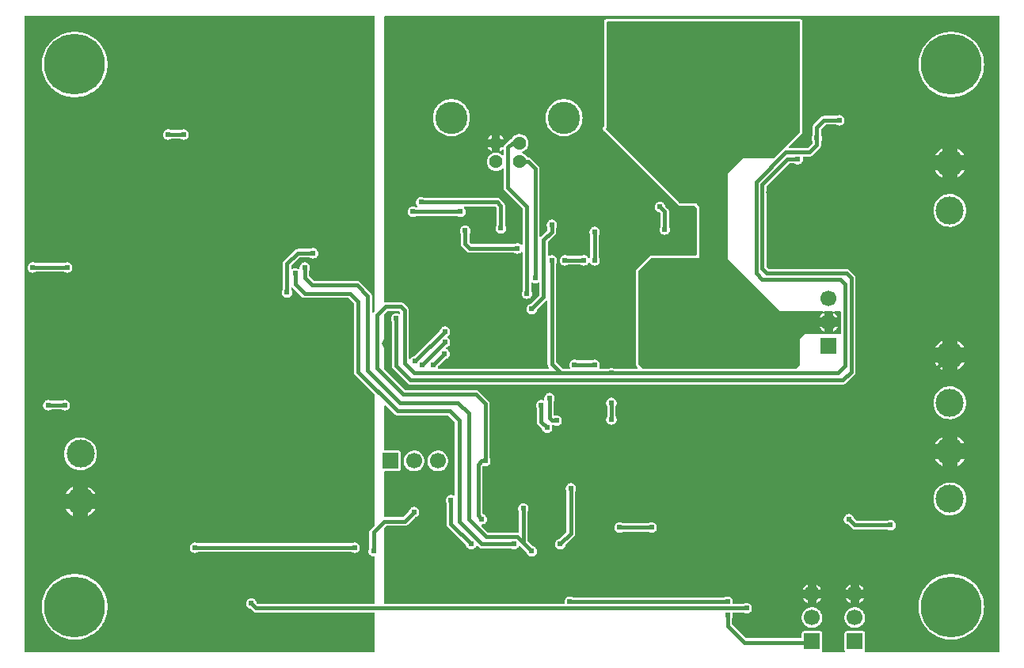
<source format=gbl>
G04 Layer: BottomLayer*
G04 EasyEDA v6.5.46, 2024-09-04 15:34:20*
G04 d73e3e6912d945eb9b412824c50a840e,79071ce94af74c669a867ceed4e6d4b3,10*
G04 Gerber Generator version 0.2*
G04 Scale: 100 percent, Rotated: No, Reflected: No *
G04 Dimensions in millimeters *
G04 leading zeros omitted , absolute positions ,4 integer and 5 decimal *
%FSLAX45Y45*%
%MOMM*%

%ADD10C,0.4000*%
%ADD11C,1.5000*%
%ADD12R,1.7000X1.7000*%
%ADD13C,1.7000*%
%ADD14C,1.4310*%
%ADD15C,3.4501*%
%ADD16C,3.0000*%
%ADD17C,6.5000*%
%ADD18C,1.0000*%
%ADD19C,0.6096*%
%ADD20C,0.6090*%
%ADD21C,0.6100*%
%ADD22C,0.0138*%

%LPD*%
G36*
X6689293Y3144723D02*
G01*
X6685432Y3145485D01*
X6682130Y3147669D01*
X6645097Y3184702D01*
X6642862Y3188004D01*
X6642100Y3191916D01*
X6642100Y4186783D01*
X6642862Y4190695D01*
X6645097Y4193997D01*
X6778802Y4327702D01*
X6782104Y4329938D01*
X6786016Y4330700D01*
X7288784Y4330700D01*
X7289800Y4331716D01*
X7289800Y4875784D01*
X7289088Y4877511D01*
X7267397Y4899202D01*
X7265162Y4902504D01*
X7264400Y4906416D01*
X7264247Y4914747D01*
X7263384Y4914900D01*
X7090816Y4914900D01*
X7086904Y4915662D01*
X7083602Y4917897D01*
X6293662Y5707837D01*
X6291478Y5711088D01*
X6290716Y5715000D01*
X6291478Y5718911D01*
X6293662Y5722162D01*
X6298996Y5727750D01*
X6299200Y5728716D01*
X6299200Y6847840D01*
X6299962Y6851751D01*
X6302197Y6855002D01*
X6305448Y6857238D01*
X6309360Y6858000D01*
X8359140Y6858000D01*
X8363051Y6857238D01*
X8366302Y6855002D01*
X8368538Y6851751D01*
X8369300Y6847840D01*
X8369300Y5681116D01*
X8368538Y5677204D01*
X8366302Y5673902D01*
X8192566Y5500166D01*
X8184083Y5493105D01*
X8091474Y5400497D01*
X8088172Y5398262D01*
X8084261Y5397500D01*
X7760716Y5397500D01*
X7758988Y5396788D01*
X7595311Y5233111D01*
X7594600Y5231384D01*
X7594600Y4319016D01*
X7595311Y4317288D01*
X8152688Y3759911D01*
X8154416Y3759200D01*
X8612632Y3759200D01*
X8616848Y3758285D01*
X8620302Y3755694D01*
X8622334Y3751935D01*
X8622690Y3747617D01*
X8621217Y3743604D01*
X8618169Y3740505D01*
X8607755Y3733749D01*
X8596934Y3724554D01*
X8587384Y3714038D01*
X8579256Y3702405D01*
X8574786Y3693769D01*
X8625230Y3693769D01*
X8625230Y3749040D01*
X8626043Y3752951D01*
X8628227Y3756202D01*
X8631529Y3758437D01*
X8635390Y3759200D01*
X8712809Y3759200D01*
X8716670Y3758437D01*
X8719972Y3756202D01*
X8722156Y3752951D01*
X8722969Y3749040D01*
X8722969Y3693769D01*
X8773414Y3693769D01*
X8768943Y3702405D01*
X8760815Y3714038D01*
X8751265Y3724554D01*
X8740444Y3733749D01*
X8730030Y3740505D01*
X8727033Y3743604D01*
X8725509Y3747617D01*
X8725865Y3751935D01*
X8727897Y3755694D01*
X8731351Y3758285D01*
X8735568Y3759200D01*
X8795816Y3759200D01*
X8799728Y3758437D01*
X8803030Y3756202D01*
X8805214Y3752951D01*
X8805976Y3749040D01*
X8805976Y3528060D01*
X8805214Y3524148D01*
X8803030Y3520897D01*
X8799728Y3518662D01*
X8795816Y3517900D01*
X8421116Y3517900D01*
X8419388Y3517188D01*
X8370011Y3467811D01*
X8369300Y3466084D01*
X8369300Y3191916D01*
X8368538Y3188004D01*
X8366302Y3184702D01*
X8329269Y3147669D01*
X8325967Y3145485D01*
X8322106Y3144723D01*
G37*

%LPC*%
G36*
X8625230Y3545433D02*
G01*
X8625230Y3596030D01*
X8574684Y3596030D01*
X8575802Y3593592D01*
X8583168Y3581450D01*
X8592007Y3570325D01*
X8602218Y3560470D01*
X8613597Y3551986D01*
G37*
G36*
X8722969Y3545433D02*
G01*
X8734602Y3551986D01*
X8745982Y3560470D01*
X8756192Y3570325D01*
X8765032Y3581450D01*
X8772398Y3593592D01*
X8773515Y3596030D01*
X8722969Y3596030D01*
G37*

%LPD*%
G36*
X86360Y114300D02*
G01*
X82448Y115062D01*
X79197Y117297D01*
X76962Y120548D01*
X76200Y124460D01*
X76200Y6911340D01*
X76962Y6915251D01*
X79197Y6918502D01*
X82448Y6920738D01*
X86360Y6921500D01*
X3812540Y6921500D01*
X3816451Y6920738D01*
X3819702Y6918502D01*
X3821937Y6915251D01*
X3822700Y6911340D01*
X3822700Y3764838D01*
X3821937Y3760978D01*
X3819753Y3757676D01*
X3814368Y3752240D01*
X3810660Y3747312D01*
X3807510Y3744569D01*
X3803497Y3743350D01*
X3799332Y3743807D01*
X3795725Y3745941D01*
X3793286Y3749344D01*
X3792423Y3753459D01*
X3792372Y3926078D01*
X3791153Y3934815D01*
X3788460Y3942842D01*
X3784346Y3950208D01*
X3778605Y3957116D01*
X3663391Y4072280D01*
X3656329Y4077614D01*
X3648760Y4081373D01*
X3640632Y4083659D01*
X3631742Y4084523D01*
X3172815Y4084523D01*
X3168954Y4085285D01*
X3165652Y4087469D01*
X3122269Y4130852D01*
X3120085Y4134154D01*
X3119323Y4138015D01*
X3119323Y4193590D01*
X3119780Y4196638D01*
X3122218Y4200906D01*
X3126333Y4209846D01*
X3128873Y4219295D01*
X3129737Y4229100D01*
X3128873Y4238904D01*
X3126333Y4248353D01*
X3122218Y4257294D01*
X3116580Y4265320D01*
X3109620Y4272280D01*
X3101594Y4277918D01*
X3092653Y4282033D01*
X3083204Y4284573D01*
X3073400Y4285437D01*
X3063595Y4284573D01*
X3054146Y4282033D01*
X3045206Y4277918D01*
X3037179Y4272280D01*
X3030220Y4265320D01*
X3024581Y4257294D01*
X3020466Y4248353D01*
X3017926Y4238904D01*
X3017062Y4229100D01*
X3017621Y4222394D01*
X3017266Y4218584D01*
X3015488Y4215231D01*
X3012592Y4212742D01*
X3008985Y4211472D01*
X3005175Y4211624D01*
X3001670Y4213199D01*
X2999994Y4214418D01*
X2991053Y4218533D01*
X2981604Y4221073D01*
X2971800Y4221937D01*
X2961995Y4221073D01*
X2952546Y4218533D01*
X2943250Y4214215D01*
X2939338Y4213301D01*
X2935325Y4213961D01*
X2931922Y4216146D01*
X2929636Y4219448D01*
X2928823Y4223461D01*
X2928823Y4243984D01*
X2929585Y4247845D01*
X2931769Y4251147D01*
X3013252Y4332630D01*
X3016554Y4334814D01*
X3020415Y4335576D01*
X3126790Y4335576D01*
X3129838Y4335119D01*
X3134106Y4332681D01*
X3143046Y4328566D01*
X3152495Y4326026D01*
X3162300Y4325162D01*
X3172104Y4326026D01*
X3181553Y4328566D01*
X3190494Y4332681D01*
X3198520Y4338320D01*
X3205480Y4345279D01*
X3211118Y4353306D01*
X3215233Y4362246D01*
X3217773Y4371695D01*
X3218637Y4381500D01*
X3217773Y4391304D01*
X3215233Y4400753D01*
X3211118Y4409694D01*
X3205480Y4417720D01*
X3198520Y4424680D01*
X3190494Y4430318D01*
X3181553Y4434433D01*
X3172104Y4436973D01*
X3162300Y4437837D01*
X3152495Y4436973D01*
X3143046Y4434433D01*
X3134106Y4430318D01*
X3129838Y4427880D01*
X3126790Y4427423D01*
X2995422Y4427372D01*
X2986684Y4426153D01*
X2978658Y4423460D01*
X2971292Y4419346D01*
X2964383Y4413605D01*
X2849219Y4298391D01*
X2843885Y4291330D01*
X2840126Y4283760D01*
X2837840Y4275632D01*
X2836976Y4266742D01*
X2836976Y3997909D01*
X2836519Y3994861D01*
X2834081Y3990594D01*
X2829966Y3981653D01*
X2827426Y3972204D01*
X2826562Y3962400D01*
X2827426Y3952595D01*
X2829966Y3943146D01*
X2834081Y3934206D01*
X2839720Y3926179D01*
X2846679Y3919220D01*
X2854706Y3913581D01*
X2863646Y3909466D01*
X2873095Y3906926D01*
X2882900Y3906062D01*
X2892704Y3906926D01*
X2902153Y3909466D01*
X2911094Y3913581D01*
X2919120Y3919220D01*
X2926080Y3926179D01*
X2931718Y3934206D01*
X2935833Y3943146D01*
X2938373Y3952595D01*
X2939237Y3962400D01*
X2938373Y3972204D01*
X2935833Y3981653D01*
X2931718Y3990594D01*
X2929280Y3994861D01*
X2928823Y3997909D01*
X2928823Y4004818D01*
X2929585Y4008729D01*
X2931769Y4012031D01*
X2935071Y4014215D01*
X2938983Y4014978D01*
X2942844Y4014215D01*
X2946146Y4012031D01*
X3042208Y3916019D01*
X3049270Y3910685D01*
X3056839Y3906926D01*
X3064967Y3904640D01*
X3073857Y3903776D01*
X3532784Y3903776D01*
X3536645Y3903014D01*
X3539947Y3900830D01*
X3596030Y3844747D01*
X3598214Y3841445D01*
X3598976Y3837584D01*
X3599027Y3109722D01*
X3600246Y3100984D01*
X3602939Y3092958D01*
X3607054Y3085592D01*
X3612794Y3078683D01*
X3819702Y2871774D01*
X3821937Y2868472D01*
X3822700Y2864561D01*
X3822700Y1478838D01*
X3821937Y1474927D01*
X3819702Y1471625D01*
X3776319Y1428191D01*
X3770985Y1421130D01*
X3767226Y1413560D01*
X3764940Y1405432D01*
X3764076Y1396542D01*
X3764076Y1229309D01*
X3763619Y1226261D01*
X3761181Y1221994D01*
X3757066Y1213053D01*
X3754526Y1203604D01*
X3753662Y1193800D01*
X3754526Y1183995D01*
X3757066Y1174546D01*
X3761181Y1165606D01*
X3766820Y1157579D01*
X3773779Y1150620D01*
X3781806Y1144981D01*
X3790746Y1140866D01*
X3800195Y1138326D01*
X3810000Y1137462D01*
X3811676Y1137615D01*
X3815791Y1137107D01*
X3819398Y1134973D01*
X3821836Y1131570D01*
X3822700Y1127455D01*
X3822700Y640283D01*
X3821937Y636371D01*
X3819702Y633069D01*
X3816451Y630885D01*
X3812540Y630123D01*
X2575915Y630123D01*
X2572054Y630885D01*
X2568752Y633069D01*
X2559456Y642366D01*
X2557830Y644499D01*
X2556814Y646938D01*
X2554833Y654253D01*
X2550718Y663194D01*
X2545080Y671220D01*
X2538120Y678180D01*
X2530094Y683818D01*
X2521153Y687933D01*
X2511704Y690473D01*
X2501900Y691337D01*
X2492095Y690473D01*
X2482646Y687933D01*
X2473706Y683818D01*
X2465679Y678180D01*
X2458720Y671220D01*
X2453081Y663194D01*
X2448966Y654253D01*
X2446426Y644804D01*
X2445562Y635000D01*
X2446426Y625195D01*
X2448966Y615746D01*
X2453081Y606806D01*
X2458720Y598779D01*
X2465679Y591820D01*
X2473706Y586181D01*
X2482646Y582066D01*
X2489962Y580085D01*
X2492400Y579069D01*
X2494534Y577443D01*
X2521508Y550519D01*
X2528570Y545185D01*
X2536139Y541426D01*
X2544267Y539140D01*
X2553157Y538276D01*
X3812540Y538276D01*
X3816451Y537514D01*
X3819702Y535330D01*
X3821937Y532028D01*
X3822700Y528116D01*
X3822700Y124460D01*
X3821937Y120548D01*
X3819702Y117297D01*
X3816451Y115062D01*
X3812540Y114300D01*
G37*

%LPC*%
G36*
X614527Y249123D02*
G01*
X640740Y250088D01*
X666800Y253034D01*
X692607Y257911D01*
X717956Y264718D01*
X742696Y273354D01*
X766775Y283870D01*
X789940Y296113D01*
X812190Y310083D01*
X833272Y325678D01*
X853186Y342798D01*
X871728Y361340D01*
X888847Y381203D01*
X904443Y402336D01*
X918413Y424535D01*
X930656Y447751D01*
X941171Y471830D01*
X949807Y496570D01*
X956614Y521919D01*
X961491Y547725D01*
X964437Y573786D01*
X965403Y599998D01*
X964437Y626211D01*
X961491Y652322D01*
X956614Y678078D01*
X949807Y703427D01*
X941171Y728218D01*
X930656Y752246D01*
X918413Y775462D01*
X904443Y797661D01*
X888847Y818794D01*
X871728Y838657D01*
X853186Y857250D01*
X833272Y874369D01*
X812190Y889914D01*
X789940Y903884D01*
X766775Y916178D01*
X742696Y926642D01*
X717956Y935329D01*
X692607Y942136D01*
X666800Y947013D01*
X640740Y949909D01*
X614527Y950925D01*
X588264Y949909D01*
X562203Y947013D01*
X536397Y942136D01*
X511048Y935329D01*
X486308Y926642D01*
X462229Y916178D01*
X439064Y903884D01*
X416814Y889914D01*
X395732Y874369D01*
X375818Y857250D01*
X357276Y838657D01*
X340156Y818794D01*
X324561Y797661D01*
X310591Y775462D01*
X298348Y752246D01*
X287832Y728218D01*
X279196Y703427D01*
X272389Y678078D01*
X267512Y652322D01*
X264566Y626211D01*
X263601Y599998D01*
X264566Y573786D01*
X267512Y547725D01*
X272389Y521919D01*
X279196Y496570D01*
X287832Y471830D01*
X298348Y447751D01*
X310591Y424535D01*
X324561Y402336D01*
X340156Y381203D01*
X357276Y361340D01*
X375818Y342798D01*
X395732Y325678D01*
X416814Y310083D01*
X439064Y296113D01*
X462229Y283870D01*
X486308Y273354D01*
X511048Y264718D01*
X536397Y257911D01*
X562203Y253034D01*
X588264Y250088D01*
G37*
G36*
X1900021Y1175562D02*
G01*
X1909775Y1176426D01*
X1919274Y1178966D01*
X1928164Y1183081D01*
X1932432Y1185519D01*
X1935480Y1185976D01*
X3571290Y1185976D01*
X3574338Y1185519D01*
X3578606Y1183081D01*
X3587546Y1178966D01*
X3596995Y1176426D01*
X3606800Y1175562D01*
X3616604Y1176426D01*
X3626053Y1178966D01*
X3634994Y1183081D01*
X3643020Y1188720D01*
X3649979Y1195679D01*
X3655618Y1203706D01*
X3659733Y1212646D01*
X3662273Y1222095D01*
X3663137Y1231900D01*
X3662273Y1241704D01*
X3659733Y1251153D01*
X3655618Y1260094D01*
X3649979Y1268120D01*
X3643020Y1275080D01*
X3634994Y1280718D01*
X3626053Y1284833D01*
X3616604Y1287373D01*
X3606800Y1288237D01*
X3596995Y1287373D01*
X3587546Y1284833D01*
X3578606Y1280718D01*
X3574338Y1278280D01*
X3571290Y1277823D01*
X1935480Y1277823D01*
X1932432Y1278280D01*
X1928164Y1280718D01*
X1919274Y1284833D01*
X1909775Y1287373D01*
X1900021Y1288237D01*
X1890217Y1287373D01*
X1880717Y1284833D01*
X1871827Y1280718D01*
X1863750Y1275080D01*
X1856841Y1268120D01*
X1851202Y1260094D01*
X1847037Y1251153D01*
X1844497Y1241704D01*
X1843633Y1231900D01*
X1844497Y1222095D01*
X1847037Y1212646D01*
X1851202Y1203706D01*
X1856841Y1195679D01*
X1863750Y1188720D01*
X1871827Y1183081D01*
X1880717Y1178966D01*
X1890217Y1176426D01*
G37*
G36*
X594868Y1571345D02*
G01*
X594868Y1645869D01*
X520395Y1645869D01*
X527761Y1632813D01*
X538276Y1618030D01*
X550214Y1604416D01*
X563524Y1592122D01*
X578002Y1581251D01*
X593547Y1571955D01*
G37*
G36*
X757529Y1571498D02*
G01*
X766724Y1576425D01*
X781761Y1586534D01*
X795680Y1598117D01*
X808329Y1611071D01*
X819556Y1625295D01*
X829259Y1640586D01*
X831900Y1645869D01*
X757529Y1645869D01*
G37*
G36*
X757529Y1808530D02*
G01*
X831900Y1808530D01*
X829259Y1813814D01*
X819556Y1829104D01*
X808329Y1843328D01*
X795680Y1856282D01*
X781761Y1867865D01*
X766724Y1877974D01*
X757529Y1882902D01*
G37*
G36*
X520395Y1808530D02*
G01*
X594868Y1808530D01*
X594868Y1883054D01*
X593547Y1882444D01*
X578002Y1873148D01*
X563524Y1862277D01*
X550214Y1849983D01*
X538276Y1836369D01*
X527761Y1821586D01*
G37*
G36*
X680720Y2059381D02*
G01*
X698804Y2060752D01*
X716584Y2064004D01*
X734009Y2069084D01*
X750773Y2075891D01*
X766724Y2084425D01*
X781761Y2094534D01*
X795680Y2106117D01*
X808329Y2119071D01*
X819556Y2133295D01*
X829259Y2148586D01*
X837387Y2164740D01*
X843737Y2181707D01*
X848360Y2199233D01*
X851153Y2217115D01*
X852068Y2235200D01*
X851153Y2253284D01*
X848360Y2271166D01*
X843737Y2288692D01*
X837387Y2305659D01*
X829259Y2321814D01*
X819556Y2337104D01*
X808329Y2351328D01*
X795680Y2364282D01*
X781761Y2375865D01*
X766724Y2385974D01*
X750773Y2394508D01*
X734009Y2401316D01*
X716584Y2406396D01*
X698804Y2409647D01*
X680720Y2411018D01*
X662635Y2410561D01*
X644652Y2408224D01*
X627024Y2404110D01*
X609955Y2398115D01*
X593547Y2390444D01*
X578002Y2381148D01*
X563524Y2370277D01*
X550214Y2357983D01*
X538276Y2344369D01*
X527761Y2329586D01*
X518871Y2313838D01*
X511606Y2297226D01*
X506120Y2280005D01*
X502412Y2262276D01*
X500532Y2244242D01*
X500532Y2226157D01*
X502412Y2208123D01*
X506120Y2190394D01*
X511606Y2173173D01*
X518871Y2156561D01*
X527761Y2140813D01*
X538276Y2126030D01*
X550214Y2112416D01*
X563524Y2100122D01*
X578002Y2089251D01*
X593547Y2079955D01*
X609955Y2072284D01*
X627024Y2066289D01*
X644652Y2062175D01*
X662635Y2059838D01*
G37*
G36*
X330200Y2699562D02*
G01*
X340004Y2700426D01*
X349453Y2702966D01*
X358394Y2707081D01*
X362661Y2709519D01*
X365709Y2709976D01*
X472490Y2709976D01*
X475538Y2709519D01*
X479806Y2707081D01*
X488746Y2702966D01*
X498195Y2700426D01*
X508000Y2699562D01*
X517804Y2700426D01*
X527253Y2702966D01*
X536194Y2707081D01*
X544220Y2712720D01*
X551180Y2719679D01*
X556818Y2727706D01*
X560933Y2736646D01*
X563473Y2746095D01*
X564337Y2755900D01*
X563473Y2765704D01*
X560933Y2775153D01*
X556818Y2784094D01*
X551180Y2792120D01*
X544220Y2799080D01*
X536194Y2804718D01*
X527253Y2808833D01*
X517804Y2811373D01*
X508000Y2812237D01*
X498195Y2811373D01*
X488746Y2808833D01*
X479806Y2804718D01*
X475538Y2802280D01*
X472490Y2801823D01*
X365709Y2801823D01*
X362661Y2802280D01*
X358394Y2804718D01*
X349453Y2808833D01*
X340004Y2811373D01*
X330200Y2812237D01*
X320395Y2811373D01*
X310946Y2808833D01*
X302006Y2804718D01*
X293979Y2799080D01*
X287020Y2792120D01*
X281381Y2784094D01*
X277266Y2775153D01*
X274726Y2765704D01*
X273862Y2755900D01*
X274726Y2746095D01*
X277266Y2736646D01*
X281381Y2727706D01*
X287020Y2719679D01*
X293979Y2712720D01*
X302006Y2707081D01*
X310946Y2702966D01*
X320395Y2700426D01*
G37*
G36*
X165100Y4172762D02*
G01*
X174904Y4173626D01*
X184353Y4176166D01*
X193294Y4180281D01*
X197561Y4182719D01*
X200609Y4183176D01*
X497890Y4183176D01*
X500938Y4182719D01*
X505206Y4180281D01*
X514146Y4176166D01*
X523595Y4173626D01*
X533400Y4172762D01*
X543204Y4173626D01*
X552653Y4176166D01*
X561594Y4180281D01*
X569620Y4185920D01*
X576580Y4192879D01*
X582218Y4200906D01*
X586333Y4209846D01*
X588873Y4219295D01*
X589737Y4229100D01*
X588873Y4238904D01*
X586333Y4248353D01*
X582218Y4257294D01*
X576580Y4265320D01*
X569620Y4272280D01*
X561594Y4277918D01*
X552653Y4282033D01*
X543204Y4284573D01*
X533400Y4285437D01*
X523595Y4284573D01*
X514146Y4282033D01*
X505206Y4277918D01*
X500938Y4275480D01*
X497890Y4275023D01*
X200609Y4275023D01*
X197561Y4275480D01*
X193294Y4277918D01*
X184353Y4282033D01*
X174904Y4284573D01*
X165100Y4285437D01*
X155295Y4284573D01*
X145846Y4282033D01*
X136906Y4277918D01*
X128879Y4272280D01*
X121920Y4265320D01*
X116281Y4257294D01*
X112166Y4248353D01*
X109626Y4238904D01*
X108762Y4229100D01*
X109626Y4219295D01*
X112166Y4209846D01*
X116281Y4200906D01*
X121920Y4192879D01*
X128879Y4185920D01*
X136906Y4180281D01*
X145846Y4176166D01*
X155295Y4173626D01*
G37*
G36*
X1612900Y5595162D02*
G01*
X1622704Y5596026D01*
X1632153Y5598566D01*
X1641093Y5602681D01*
X1645361Y5605119D01*
X1648409Y5605576D01*
X1742490Y5605576D01*
X1745538Y5605119D01*
X1749806Y5602681D01*
X1758746Y5598566D01*
X1768195Y5596026D01*
X1778000Y5595162D01*
X1787804Y5596026D01*
X1797253Y5598566D01*
X1806193Y5602681D01*
X1814220Y5608320D01*
X1821180Y5615279D01*
X1826818Y5623306D01*
X1830933Y5632246D01*
X1833473Y5641695D01*
X1834337Y5651500D01*
X1833473Y5661304D01*
X1830933Y5670753D01*
X1826818Y5679694D01*
X1821180Y5687720D01*
X1814220Y5694680D01*
X1806193Y5700318D01*
X1797253Y5704433D01*
X1787804Y5706973D01*
X1778000Y5707837D01*
X1768195Y5706973D01*
X1758746Y5704433D01*
X1749806Y5700318D01*
X1745538Y5697880D01*
X1742490Y5697423D01*
X1648409Y5697423D01*
X1645361Y5697880D01*
X1641093Y5700318D01*
X1632153Y5704433D01*
X1622704Y5706973D01*
X1612900Y5707837D01*
X1603095Y5706973D01*
X1593646Y5704433D01*
X1584706Y5700318D01*
X1576679Y5694680D01*
X1569720Y5687720D01*
X1564081Y5679694D01*
X1559966Y5670753D01*
X1557426Y5661304D01*
X1556562Y5651500D01*
X1557426Y5641695D01*
X1559966Y5632246D01*
X1564081Y5623306D01*
X1569720Y5615279D01*
X1576679Y5608320D01*
X1584706Y5602681D01*
X1593646Y5598566D01*
X1603095Y5596026D01*
G37*
G36*
X614527Y6049111D02*
G01*
X640740Y6050076D01*
X666800Y6053023D01*
X692607Y6057900D01*
X717956Y6064707D01*
X742696Y6073343D01*
X766775Y6083858D01*
X789940Y6096101D01*
X812190Y6110071D01*
X833272Y6125667D01*
X853186Y6142786D01*
X871728Y6161328D01*
X888847Y6181191D01*
X904443Y6202324D01*
X918413Y6224524D01*
X930656Y6247739D01*
X941171Y6271818D01*
X949807Y6296558D01*
X956614Y6321907D01*
X961491Y6347714D01*
X964437Y6373774D01*
X965403Y6399987D01*
X964437Y6426200D01*
X961491Y6452311D01*
X956614Y6478066D01*
X949807Y6503416D01*
X941171Y6528206D01*
X930656Y6552234D01*
X918413Y6575450D01*
X904443Y6597650D01*
X888847Y6618782D01*
X871728Y6638645D01*
X853186Y6657238D01*
X833272Y6674358D01*
X812190Y6689902D01*
X789940Y6703872D01*
X766775Y6716166D01*
X742696Y6726631D01*
X717956Y6735318D01*
X692607Y6742125D01*
X666800Y6747002D01*
X640740Y6749897D01*
X614527Y6750913D01*
X588264Y6749897D01*
X562203Y6747002D01*
X536397Y6742125D01*
X511048Y6735318D01*
X486308Y6726631D01*
X462229Y6716166D01*
X439064Y6703872D01*
X416814Y6689902D01*
X395732Y6674358D01*
X375818Y6657238D01*
X357276Y6638645D01*
X340156Y6618782D01*
X324561Y6597650D01*
X310591Y6575450D01*
X298348Y6552234D01*
X287832Y6528206D01*
X279196Y6503416D01*
X272389Y6478066D01*
X267512Y6452311D01*
X264566Y6426200D01*
X263601Y6399987D01*
X264566Y6373774D01*
X267512Y6347714D01*
X272389Y6321907D01*
X279196Y6296558D01*
X287832Y6271818D01*
X298348Y6247739D01*
X310591Y6224524D01*
X324561Y6202324D01*
X340156Y6181191D01*
X357276Y6161328D01*
X375818Y6142786D01*
X395732Y6125667D01*
X416814Y6110071D01*
X439064Y6096101D01*
X462229Y6083858D01*
X486308Y6073343D01*
X511048Y6064707D01*
X536397Y6057900D01*
X562203Y6053023D01*
X588264Y6050076D01*
G37*

%LPD*%
G36*
X8611616Y114300D02*
G01*
X8607399Y115214D01*
X8603945Y117754D01*
X8601862Y121513D01*
X8601557Y125831D01*
X8602980Y129844D01*
X8604605Y132384D01*
X8606485Y137871D01*
X8607196Y144170D01*
X8607196Y313029D01*
X8606485Y319328D01*
X8604605Y324815D01*
X8601506Y329692D01*
X8597392Y333806D01*
X8592515Y336905D01*
X8587028Y338785D01*
X8580729Y339496D01*
X8411870Y339496D01*
X8405571Y338785D01*
X8400084Y336905D01*
X8395208Y333806D01*
X8391093Y329692D01*
X8387994Y324815D01*
X8386114Y319328D01*
X8385403Y313029D01*
X8385403Y271983D01*
X8384641Y268071D01*
X8382406Y264769D01*
X8379104Y262585D01*
X8375243Y261823D01*
X7795615Y261823D01*
X7791754Y262585D01*
X7788452Y264769D01*
X7643469Y409752D01*
X7641285Y413054D01*
X7640523Y416915D01*
X7640523Y472490D01*
X7640980Y475538D01*
X7643418Y479806D01*
X7647533Y488746D01*
X7650073Y498195D01*
X7650937Y508000D01*
X7650073Y517804D01*
X7648041Y525526D01*
X7647736Y529183D01*
X7648803Y532739D01*
X7651038Y535686D01*
X7654188Y537616D01*
X7657846Y538276D01*
X7762290Y538276D01*
X7765338Y537819D01*
X7769606Y535381D01*
X7778546Y531266D01*
X7787995Y528726D01*
X7797800Y527862D01*
X7807604Y528726D01*
X7817053Y531266D01*
X7825994Y535381D01*
X7834020Y541020D01*
X7840980Y547979D01*
X7846618Y556006D01*
X7850733Y564946D01*
X7853273Y574395D01*
X7854137Y584200D01*
X7853273Y594004D01*
X7850733Y603453D01*
X7846618Y612394D01*
X7840980Y620420D01*
X7834020Y627380D01*
X7825994Y633018D01*
X7817053Y637133D01*
X7807604Y639673D01*
X7797800Y640537D01*
X7787995Y639673D01*
X7778546Y637133D01*
X7769606Y633018D01*
X7765338Y630580D01*
X7762290Y630123D01*
X7659776Y630123D01*
X7656118Y630783D01*
X7652969Y632714D01*
X7650683Y635660D01*
X7649667Y639216D01*
X7650937Y653237D01*
X7650073Y663041D01*
X7647533Y672490D01*
X7643418Y681431D01*
X7637780Y689457D01*
X7630820Y696417D01*
X7622794Y702056D01*
X7613853Y706170D01*
X7604404Y708710D01*
X7594600Y709574D01*
X7584795Y708710D01*
X7575346Y706170D01*
X7566406Y702056D01*
X7562138Y699617D01*
X7559090Y699160D01*
X5941009Y699160D01*
X5937961Y699617D01*
X5933694Y702056D01*
X5924753Y706170D01*
X5915304Y708710D01*
X5905500Y709574D01*
X5895695Y708710D01*
X5886246Y706170D01*
X5877306Y702056D01*
X5869279Y696417D01*
X5862320Y689457D01*
X5856681Y681431D01*
X5852566Y672490D01*
X5850026Y663041D01*
X5849162Y653237D01*
X5850432Y639216D01*
X5849416Y635660D01*
X5847130Y632714D01*
X5843981Y630783D01*
X5840323Y630123D01*
X3934460Y630123D01*
X3930548Y630885D01*
X3927297Y633069D01*
X3925062Y636371D01*
X3924300Y640283D01*
X3924300Y1442161D01*
X3925062Y1446072D01*
X3927297Y1449374D01*
X3940352Y1462430D01*
X3943654Y1464614D01*
X3947515Y1465376D01*
X4141978Y1465427D01*
X4150715Y1466646D01*
X4158742Y1469339D01*
X4166108Y1473454D01*
X4173016Y1479194D01*
X4249166Y1555343D01*
X4251299Y1556969D01*
X4253738Y1557985D01*
X4261053Y1559966D01*
X4269994Y1564081D01*
X4278020Y1569720D01*
X4284980Y1576679D01*
X4290618Y1584706D01*
X4294733Y1593646D01*
X4297273Y1603095D01*
X4298137Y1612900D01*
X4297273Y1622704D01*
X4294733Y1632153D01*
X4290618Y1641093D01*
X4284980Y1649120D01*
X4278020Y1656080D01*
X4269994Y1661718D01*
X4261053Y1665833D01*
X4251604Y1668373D01*
X4241800Y1669237D01*
X4231995Y1668373D01*
X4222546Y1665833D01*
X4213606Y1661718D01*
X4205579Y1656080D01*
X4198620Y1649120D01*
X4192981Y1641093D01*
X4188866Y1632153D01*
X4186885Y1624838D01*
X4185869Y1622399D01*
X4184243Y1620266D01*
X4124147Y1560169D01*
X4120845Y1557985D01*
X4116984Y1557223D01*
X3934460Y1557223D01*
X3930548Y1557985D01*
X3927297Y1560169D01*
X3925062Y1563471D01*
X3924300Y1567383D01*
X3924300Y2037943D01*
X3925062Y2041804D01*
X3927297Y2045106D01*
X3930548Y2047341D01*
X3934460Y2048103D01*
X4072229Y2048103D01*
X4078528Y2048814D01*
X4084015Y2050694D01*
X4088892Y2053793D01*
X4093006Y2057907D01*
X4096105Y2062784D01*
X4097985Y2068271D01*
X4098696Y2074570D01*
X4098696Y2243429D01*
X4097985Y2249728D01*
X4096105Y2255215D01*
X4093006Y2260092D01*
X4088892Y2264206D01*
X4084015Y2267305D01*
X4078528Y2269185D01*
X4072229Y2269896D01*
X3934460Y2269896D01*
X3930548Y2270658D01*
X3927297Y2272893D01*
X3925062Y2276195D01*
X3924300Y2280056D01*
X3924300Y2742641D01*
X3925062Y2746552D01*
X3927297Y2749854D01*
X3930548Y2752039D01*
X3934460Y2752801D01*
X3938371Y2752039D01*
X3941622Y2749854D01*
X4032808Y2658719D01*
X4039870Y2653385D01*
X4047439Y2649626D01*
X4055567Y2647340D01*
X4064457Y2646476D01*
X4599584Y2646476D01*
X4603445Y2645714D01*
X4606747Y2643530D01*
X4675530Y2574747D01*
X4677714Y2571445D01*
X4678476Y2567584D01*
X4678476Y1797761D01*
X4677664Y1793748D01*
X4675378Y1790446D01*
X4671974Y1788261D01*
X4667961Y1787601D01*
X4664049Y1788515D01*
X4654753Y1792833D01*
X4645304Y1795373D01*
X4635500Y1796237D01*
X4625695Y1795373D01*
X4616246Y1792833D01*
X4607306Y1788718D01*
X4599279Y1783080D01*
X4592320Y1776120D01*
X4586681Y1768093D01*
X4582566Y1759153D01*
X4580026Y1749704D01*
X4579162Y1739900D01*
X4580026Y1730095D01*
X4582566Y1720646D01*
X4586681Y1711706D01*
X4589119Y1707438D01*
X4589576Y1704390D01*
X4589627Y1484122D01*
X4590846Y1475384D01*
X4593539Y1467358D01*
X4597654Y1459992D01*
X4603394Y1453083D01*
X4793843Y1262634D01*
X4795469Y1260500D01*
X4796485Y1258062D01*
X4798466Y1250746D01*
X4802581Y1241806D01*
X4808220Y1233779D01*
X4815179Y1226820D01*
X4823206Y1221181D01*
X4832146Y1217066D01*
X4841595Y1214526D01*
X4851400Y1213662D01*
X4861204Y1214526D01*
X4870653Y1217066D01*
X4879594Y1221181D01*
X4887620Y1226820D01*
X4894580Y1233779D01*
X4900218Y1241806D01*
X4903216Y1248257D01*
X4905502Y1251407D01*
X4908753Y1253490D01*
X4912563Y1254150D01*
X4916373Y1253337D01*
X4919573Y1251204D01*
X4934610Y1236268D01*
X4941570Y1230985D01*
X4949139Y1227226D01*
X4957267Y1224940D01*
X4966157Y1224076D01*
X5273090Y1224076D01*
X5276138Y1223619D01*
X5280406Y1221181D01*
X5289346Y1217066D01*
X5298795Y1214526D01*
X5308600Y1213662D01*
X5318404Y1214526D01*
X5327853Y1217066D01*
X5336794Y1221181D01*
X5344820Y1226820D01*
X5351780Y1233779D01*
X5357418Y1241806D01*
X5360416Y1248257D01*
X5362702Y1251407D01*
X5365953Y1253490D01*
X5369814Y1254150D01*
X5373573Y1253337D01*
X5376824Y1251153D01*
X5441543Y1186434D01*
X5443169Y1184300D01*
X5444185Y1181862D01*
X5446166Y1174546D01*
X5450281Y1165606D01*
X5455920Y1157579D01*
X5462879Y1150620D01*
X5470906Y1144981D01*
X5479846Y1140866D01*
X5489295Y1138326D01*
X5499100Y1137462D01*
X5508904Y1138326D01*
X5518353Y1140866D01*
X5527294Y1144981D01*
X5535320Y1150620D01*
X5542280Y1157579D01*
X5547918Y1165606D01*
X5552033Y1174546D01*
X5554573Y1183995D01*
X5555437Y1193800D01*
X5554573Y1203604D01*
X5552033Y1213053D01*
X5547918Y1221994D01*
X5542280Y1230020D01*
X5535320Y1236980D01*
X5527294Y1242618D01*
X5518353Y1246733D01*
X5511038Y1248714D01*
X5508599Y1249730D01*
X5506466Y1251356D01*
X5460034Y1297787D01*
X5457850Y1301089D01*
X5457037Y1304950D01*
X5456224Y1615592D01*
X5456682Y1618691D01*
X5459018Y1622806D01*
X5463133Y1631746D01*
X5465673Y1641195D01*
X5466537Y1651000D01*
X5465673Y1660804D01*
X5463133Y1670253D01*
X5459018Y1679193D01*
X5453380Y1687220D01*
X5446420Y1694180D01*
X5438394Y1699818D01*
X5429453Y1703933D01*
X5420004Y1706473D01*
X5410200Y1707337D01*
X5400395Y1706473D01*
X5390946Y1703933D01*
X5382006Y1699818D01*
X5373979Y1694180D01*
X5367020Y1687220D01*
X5361381Y1679193D01*
X5357266Y1670253D01*
X5354726Y1660804D01*
X5353862Y1651000D01*
X5354726Y1641195D01*
X5357266Y1631746D01*
X5361381Y1622806D01*
X5363921Y1618437D01*
X5364378Y1615389D01*
X5364988Y1401521D01*
X5364124Y1397406D01*
X5361686Y1394002D01*
X5358028Y1391869D01*
X5353862Y1391412D01*
X5346242Y1392123D01*
X5039715Y1392123D01*
X5035854Y1392885D01*
X5032552Y1395069D01*
X4964176Y1463446D01*
X4962042Y1466646D01*
X4961178Y1470355D01*
X4961788Y1474114D01*
X4963769Y1477416D01*
X4966766Y1479702D01*
X4970475Y1480769D01*
X4975504Y1481226D01*
X4984953Y1483766D01*
X4993894Y1487881D01*
X5001920Y1493520D01*
X5008880Y1500479D01*
X5014518Y1508506D01*
X5018633Y1517446D01*
X5021173Y1526895D01*
X5022037Y1536700D01*
X5021173Y1546504D01*
X5018633Y1555953D01*
X5014518Y1564894D01*
X5008880Y1572920D01*
X5001920Y1579880D01*
X4993894Y1585518D01*
X4984953Y1589633D01*
X4981041Y1590700D01*
X4977130Y1592732D01*
X4974437Y1596237D01*
X4973523Y1600504D01*
X4973523Y2095754D01*
X4974183Y2099411D01*
X4976114Y2102561D01*
X4979060Y2104796D01*
X4982616Y2105863D01*
X4986274Y2105558D01*
X4993995Y2103526D01*
X5003800Y2102662D01*
X5013604Y2103526D01*
X5023053Y2106066D01*
X5031994Y2110181D01*
X5040020Y2115820D01*
X5046980Y2122779D01*
X5052618Y2130806D01*
X5056733Y2139746D01*
X5059273Y2149195D01*
X5060137Y2159000D01*
X5059273Y2168804D01*
X5056733Y2178253D01*
X5052618Y2187194D01*
X5050180Y2191461D01*
X5049723Y2194509D01*
X5049672Y2770378D01*
X5048453Y2779115D01*
X5045760Y2787142D01*
X5041646Y2794508D01*
X5035905Y2801416D01*
X4933391Y2903880D01*
X4926330Y2909214D01*
X4918760Y2912973D01*
X4910632Y2915259D01*
X4901742Y2916123D01*
X4150715Y2916123D01*
X4146854Y2916885D01*
X4143552Y2919069D01*
X3927297Y3135325D01*
X3925062Y3138627D01*
X3924300Y3142538D01*
X3924300Y3728161D01*
X3925062Y3732072D01*
X3927297Y3735374D01*
X3953052Y3761130D01*
X3956354Y3763314D01*
X3960215Y3764076D01*
X4078884Y3764076D01*
X4082745Y3763314D01*
X4086047Y3761130D01*
X4091330Y3755847D01*
X4093514Y3752545D01*
X4094276Y3748684D01*
X4094276Y3740861D01*
X4093464Y3736848D01*
X4091178Y3733546D01*
X4087774Y3731361D01*
X4083761Y3730701D01*
X4079849Y3731615D01*
X4070553Y3735933D01*
X4061104Y3738473D01*
X4051300Y3739337D01*
X4041495Y3738473D01*
X4032046Y3735933D01*
X4023106Y3731818D01*
X4015079Y3726179D01*
X4008120Y3719220D01*
X4002481Y3711194D01*
X3998366Y3702253D01*
X3995826Y3692804D01*
X3994962Y3683000D01*
X3995826Y3673195D01*
X3998366Y3663746D01*
X4002481Y3654806D01*
X4004919Y3650538D01*
X4005376Y3647490D01*
X4005427Y3173222D01*
X4006646Y3164484D01*
X4009339Y3156458D01*
X4013454Y3149092D01*
X4019194Y3142183D01*
X4172508Y2988919D01*
X4179570Y2983585D01*
X4187139Y2979826D01*
X4195267Y2977540D01*
X4204157Y2976676D01*
X8828278Y2976727D01*
X8837015Y2977946D01*
X8845042Y2980639D01*
X8852408Y2984754D01*
X8859316Y2990494D01*
X8949080Y3080308D01*
X8954414Y3087370D01*
X8958173Y3094939D01*
X8960459Y3103067D01*
X8961323Y3111957D01*
X8961272Y4116578D01*
X8960053Y4125315D01*
X8957360Y4133342D01*
X8953246Y4140708D01*
X8947505Y4147616D01*
X8895791Y4199280D01*
X8888730Y4204614D01*
X8881160Y4208373D01*
X8873032Y4210659D01*
X8864142Y4211523D01*
X8036915Y4211523D01*
X8033054Y4212285D01*
X8029752Y4214469D01*
X8011769Y4232452D01*
X8009585Y4235754D01*
X8008823Y4239615D01*
X8008823Y5094884D01*
X8009585Y5098745D01*
X8011769Y5102047D01*
X8248700Y5338978D01*
X8252002Y5341162D01*
X8255863Y5341924D01*
X8308441Y5341924D01*
X8311540Y5341467D01*
X8315706Y5339080D01*
X8324646Y5334965D01*
X8334095Y5332425D01*
X8343900Y5331561D01*
X8353704Y5332425D01*
X8363153Y5334965D01*
X8372094Y5339080D01*
X8380120Y5344718D01*
X8387080Y5351678D01*
X8392718Y5359704D01*
X8396833Y5368645D01*
X8399373Y5378094D01*
X8400237Y5387898D01*
X8399373Y5397703D01*
X8398154Y5402326D01*
X8397849Y5405983D01*
X8398916Y5409539D01*
X8401151Y5412486D01*
X8404352Y5414416D01*
X8407958Y5415076D01*
X8472678Y5415127D01*
X8481415Y5416346D01*
X8489442Y5419039D01*
X8496808Y5423154D01*
X8503716Y5428894D01*
X8580780Y5506008D01*
X8586114Y5513070D01*
X8589873Y5520639D01*
X8592159Y5528767D01*
X8593023Y5537657D01*
X8593023Y5577890D01*
X8593480Y5580938D01*
X8595918Y5585206D01*
X8600033Y5594146D01*
X8602573Y5603595D01*
X8603437Y5613400D01*
X8602573Y5623204D01*
X8600033Y5632653D01*
X8595918Y5641594D01*
X8593480Y5645861D01*
X8593023Y5648909D01*
X8593023Y5704484D01*
X8593785Y5708345D01*
X8595969Y5711647D01*
X8639352Y5755030D01*
X8642654Y5757214D01*
X8646515Y5757976D01*
X8752890Y5757976D01*
X8755938Y5757519D01*
X8760206Y5755081D01*
X8769146Y5750966D01*
X8778595Y5748426D01*
X8788400Y5747562D01*
X8798204Y5748426D01*
X8807653Y5750966D01*
X8816594Y5755081D01*
X8824620Y5760720D01*
X8831580Y5767679D01*
X8837218Y5775706D01*
X8841333Y5784646D01*
X8843873Y5794095D01*
X8844737Y5803900D01*
X8843873Y5813704D01*
X8841333Y5823153D01*
X8837218Y5832094D01*
X8831580Y5840120D01*
X8824620Y5847080D01*
X8816594Y5852718D01*
X8807653Y5856833D01*
X8798204Y5859373D01*
X8788400Y5860237D01*
X8778595Y5859373D01*
X8769146Y5856833D01*
X8760206Y5852718D01*
X8755938Y5850280D01*
X8752890Y5849823D01*
X8621522Y5849772D01*
X8612784Y5848553D01*
X8604758Y5845860D01*
X8597392Y5841746D01*
X8590483Y5836005D01*
X8513419Y5758891D01*
X8508085Y5751830D01*
X8504326Y5744260D01*
X8502040Y5736132D01*
X8501176Y5727242D01*
X8501176Y5648909D01*
X8500719Y5645861D01*
X8498281Y5641594D01*
X8494166Y5632653D01*
X8491626Y5623204D01*
X8490762Y5613400D01*
X8491626Y5603595D01*
X8494166Y5594146D01*
X8498281Y5585206D01*
X8500719Y5580938D01*
X8501176Y5577890D01*
X8501176Y5560415D01*
X8500414Y5556554D01*
X8498230Y5553252D01*
X8454847Y5509869D01*
X8451545Y5507685D01*
X8447684Y5506923D01*
X8260486Y5506923D01*
X8256574Y5507685D01*
X8253272Y5509869D01*
X8251088Y5513171D01*
X8250326Y5517083D01*
X8251088Y5520944D01*
X8253272Y5524246D01*
X8387435Y5658358D01*
X8391245Y5663133D01*
X8393734Y5668365D01*
X8395004Y5674004D01*
X8395208Y5677204D01*
X8395208Y6857441D01*
X8394496Y6863740D01*
X8392566Y6869226D01*
X8389518Y6874103D01*
X8385403Y6878218D01*
X8380526Y6881266D01*
X8375040Y6883196D01*
X8368741Y6883908D01*
X6299758Y6883908D01*
X6293459Y6883196D01*
X6287973Y6881266D01*
X6283096Y6878218D01*
X6278981Y6874103D01*
X6275933Y6869226D01*
X6274003Y6863740D01*
X6273292Y6857441D01*
X6273292Y5742635D01*
X6272530Y5738774D01*
X6270294Y5735472D01*
X6268567Y5733745D01*
X6264605Y5728766D01*
X6262116Y5723534D01*
X6260795Y5717895D01*
X6260795Y5712104D01*
X6262116Y5706465D01*
X6264605Y5701233D01*
X6268567Y5696254D01*
X7068058Y4896764D01*
X7072833Y4892954D01*
X7078065Y4890465D01*
X7083704Y4889195D01*
X7086904Y4888992D01*
X7237069Y4888992D01*
X7241336Y4888077D01*
X7244842Y4885436D01*
X7246366Y4883607D01*
X7260894Y4869027D01*
X7263130Y4865725D01*
X7263892Y4861864D01*
X7263892Y4366768D01*
X7263130Y4362856D01*
X7260894Y4359605D01*
X7257643Y4357370D01*
X7253731Y4356608D01*
X6782104Y4356608D01*
X6776059Y4355947D01*
X6770573Y4354017D01*
X6765645Y4350918D01*
X6763258Y4348835D01*
X6623964Y4209542D01*
X6620154Y4204766D01*
X6617665Y4199534D01*
X6616395Y4193895D01*
X6616192Y4190695D01*
X6616192Y3188004D01*
X6616852Y3181959D01*
X6618782Y3176473D01*
X6621881Y3171545D01*
X6623964Y3169158D01*
X6631127Y3162046D01*
X6633311Y3158744D01*
X6634073Y3154883D01*
X6633311Y3150971D01*
X6631127Y3147669D01*
X6627825Y3145485D01*
X6623913Y3144723D01*
X6387490Y3144723D01*
X6384442Y3145180D01*
X6380175Y3147568D01*
X6371285Y3151733D01*
X6361836Y3154273D01*
X6352032Y3155137D01*
X6342227Y3154273D01*
X6332778Y3151733D01*
X6323888Y3147568D01*
X6319621Y3145180D01*
X6316573Y3144723D01*
X6230061Y3144723D01*
X6226048Y3145536D01*
X6222746Y3147822D01*
X6220561Y3151225D01*
X6219901Y3155238D01*
X6220815Y3159150D01*
X6225133Y3168446D01*
X6227673Y3177895D01*
X6228537Y3187700D01*
X6227673Y3197504D01*
X6225133Y3206953D01*
X6221018Y3215894D01*
X6215380Y3223920D01*
X6208420Y3230880D01*
X6200394Y3236518D01*
X6191453Y3240633D01*
X6182004Y3243173D01*
X6172200Y3244037D01*
X6162395Y3243173D01*
X6152946Y3240633D01*
X6144006Y3236518D01*
X6139738Y3234080D01*
X6136690Y3233623D01*
X5991809Y3233623D01*
X5988761Y3234080D01*
X5984494Y3236518D01*
X5975553Y3240633D01*
X5966104Y3243173D01*
X5956300Y3244037D01*
X5946495Y3243173D01*
X5937046Y3240633D01*
X5928106Y3236518D01*
X5920079Y3230880D01*
X5913120Y3223920D01*
X5907481Y3215894D01*
X5903366Y3206953D01*
X5900826Y3197504D01*
X5899962Y3187700D01*
X5900826Y3177895D01*
X5903366Y3168446D01*
X5907684Y3159150D01*
X5908598Y3155238D01*
X5907938Y3151225D01*
X5905754Y3147822D01*
X5902452Y3145536D01*
X5898438Y3144723D01*
X5834634Y3144723D01*
X5830773Y3145485D01*
X5827471Y3147669D01*
X5763869Y3211271D01*
X5761685Y3214573D01*
X5760923Y3218434D01*
X5760923Y4269790D01*
X5761380Y4272838D01*
X5763818Y4277106D01*
X5767933Y4286046D01*
X5770473Y4295495D01*
X5771337Y4305300D01*
X5770473Y4315104D01*
X5767933Y4324553D01*
X5763818Y4333494D01*
X5758180Y4341520D01*
X5751220Y4348480D01*
X5743194Y4354118D01*
X5734253Y4358233D01*
X5724804Y4360773D01*
X5715000Y4361637D01*
X5705195Y4360773D01*
X5695746Y4358233D01*
X5686450Y4353915D01*
X5682538Y4353001D01*
X5678525Y4353661D01*
X5675122Y4355846D01*
X5672836Y4359148D01*
X5672023Y4363161D01*
X5672023Y4497984D01*
X5672785Y4501845D01*
X5674969Y4505147D01*
X5748680Y4578908D01*
X5754014Y4585970D01*
X5757773Y4593539D01*
X5760059Y4601667D01*
X5760923Y4610557D01*
X5760923Y4650790D01*
X5761380Y4653838D01*
X5763818Y4658106D01*
X5767933Y4667046D01*
X5770473Y4676495D01*
X5771337Y4686300D01*
X5770473Y4696104D01*
X5767933Y4705553D01*
X5763818Y4714494D01*
X5758180Y4722520D01*
X5751220Y4729480D01*
X5743194Y4735118D01*
X5734253Y4739233D01*
X5724804Y4741773D01*
X5715000Y4742637D01*
X5705195Y4741773D01*
X5695746Y4739233D01*
X5686806Y4735118D01*
X5678779Y4729480D01*
X5671820Y4722520D01*
X5666181Y4714494D01*
X5662066Y4705553D01*
X5659526Y4696104D01*
X5658662Y4686300D01*
X5659526Y4676495D01*
X5662066Y4667046D01*
X5666181Y4658106D01*
X5668619Y4653838D01*
X5669076Y4650790D01*
X5669076Y4633315D01*
X5668314Y4629454D01*
X5666130Y4626152D01*
X5600446Y4560468D01*
X5597144Y4558284D01*
X5593283Y4557522D01*
X5589371Y4558284D01*
X5586069Y4560468D01*
X5583885Y4563770D01*
X5583123Y4567682D01*
X5583072Y5284978D01*
X5581853Y5293715D01*
X5579160Y5301742D01*
X5575046Y5309108D01*
X5569305Y5316016D01*
X5492191Y5393080D01*
X5485130Y5398414D01*
X5477560Y5402173D01*
X5469331Y5404510D01*
X5462930Y5405272D01*
X5459780Y5405323D01*
X5456631Y5405831D01*
X5453837Y5407355D01*
X5451652Y5409590D01*
X5443677Y5420868D01*
X5434584Y5430621D01*
X5424271Y5439003D01*
X5412892Y5445912D01*
X5403291Y5450078D01*
X5400090Y5452313D01*
X5397957Y5455564D01*
X5397195Y5459374D01*
X5397957Y5463235D01*
X5400090Y5466486D01*
X5403291Y5468721D01*
X5412892Y5472887D01*
X5424271Y5479796D01*
X5434584Y5488178D01*
X5443677Y5497931D01*
X5451348Y5508752D01*
X5457444Y5520588D01*
X5461914Y5533136D01*
X5464606Y5546140D01*
X5465521Y5559399D01*
X5464606Y5572658D01*
X5461914Y5585663D01*
X5457444Y5598210D01*
X5451348Y5610047D01*
X5443677Y5620867D01*
X5434584Y5630621D01*
X5424271Y5639003D01*
X5412892Y5645912D01*
X5400700Y5651195D01*
X5387898Y5654802D01*
X5374741Y5656630D01*
X5361432Y5656630D01*
X5348274Y5654802D01*
X5335473Y5651195D01*
X5323281Y5645912D01*
X5311902Y5639003D01*
X5301589Y5630621D01*
X5292496Y5620867D01*
X5284825Y5610047D01*
X5283555Y5607507D01*
X5281168Y5604510D01*
X5277916Y5602630D01*
X5274157Y5601309D01*
X5266690Y5597144D01*
X5259781Y5591403D01*
X5211419Y5542991D01*
X5206085Y5535930D01*
X5202326Y5528360D01*
X5201259Y5524652D01*
X5199227Y5520842D01*
X5195773Y5518200D01*
X5191506Y5517286D01*
X5160213Y5517286D01*
X5160213Y5471718D01*
X5162905Y5472887D01*
X5174284Y5479796D01*
X5182616Y5486552D01*
X5185968Y5488381D01*
X5189728Y5488838D01*
X5193385Y5487873D01*
X5196433Y5485638D01*
X5198465Y5482437D01*
X5199176Y5478678D01*
X5199176Y5440121D01*
X5198465Y5436362D01*
X5196433Y5433161D01*
X5193385Y5430926D01*
X5189728Y5429961D01*
X5185968Y5430418D01*
X5182616Y5432247D01*
X5174284Y5439003D01*
X5162905Y5445912D01*
X5153304Y5450078D01*
X5150764Y5451856D01*
X5147310Y5452160D01*
X5137912Y5454802D01*
X5124754Y5456631D01*
X5111445Y5456631D01*
X5098288Y5454802D01*
X5088890Y5452160D01*
X5085435Y5451856D01*
X5082895Y5450078D01*
X5073294Y5445912D01*
X5061915Y5439003D01*
X5051602Y5430621D01*
X5042509Y5420868D01*
X5034838Y5410047D01*
X5028742Y5398211D01*
X5024272Y5385663D01*
X5021580Y5372658D01*
X5020665Y5359400D01*
X5021580Y5346141D01*
X5024272Y5333136D01*
X5028742Y5320588D01*
X5034838Y5308752D01*
X5042509Y5297932D01*
X5051602Y5288178D01*
X5061915Y5279796D01*
X5073294Y5272887D01*
X5085486Y5267604D01*
X5098288Y5263997D01*
X5111445Y5262168D01*
X5124754Y5262168D01*
X5137912Y5263997D01*
X5150713Y5267604D01*
X5162905Y5272887D01*
X5174284Y5279796D01*
X5182616Y5286552D01*
X5185968Y5288381D01*
X5189728Y5288838D01*
X5193385Y5287873D01*
X5196433Y5285638D01*
X5198465Y5282438D01*
X5199176Y5278678D01*
X5199227Y5078222D01*
X5200446Y5069484D01*
X5203139Y5061458D01*
X5207254Y5054092D01*
X5212994Y5047183D01*
X5399430Y4860747D01*
X5401614Y4857445D01*
X5402376Y4853584D01*
X5402376Y4480509D01*
X5401614Y4476648D01*
X5399430Y4473346D01*
X5396128Y4471111D01*
X5392216Y4470349D01*
X5388356Y4471111D01*
X5385054Y4473346D01*
X5382920Y4475480D01*
X5374894Y4481118D01*
X5365953Y4485233D01*
X5356504Y4487773D01*
X5346700Y4488637D01*
X5336895Y4487773D01*
X5327446Y4485233D01*
X5318506Y4481118D01*
X5314238Y4478680D01*
X5311190Y4478223D01*
X4861915Y4478223D01*
X4858054Y4478985D01*
X4854752Y4481169D01*
X4836769Y4499152D01*
X4834585Y4502454D01*
X4833823Y4506315D01*
X4833823Y4587290D01*
X4834280Y4590338D01*
X4836718Y4594606D01*
X4840833Y4603546D01*
X4843373Y4612995D01*
X4844237Y4622800D01*
X4843373Y4632604D01*
X4840833Y4642053D01*
X4836718Y4650994D01*
X4831080Y4659020D01*
X4824120Y4665980D01*
X4816094Y4671618D01*
X4807153Y4675733D01*
X4797704Y4678273D01*
X4787900Y4679137D01*
X4778095Y4678273D01*
X4768646Y4675733D01*
X4759706Y4671618D01*
X4751679Y4665980D01*
X4744720Y4659020D01*
X4739081Y4650994D01*
X4734966Y4642053D01*
X4732426Y4632604D01*
X4731562Y4622800D01*
X4732426Y4612995D01*
X4734966Y4603546D01*
X4739081Y4594606D01*
X4741519Y4590338D01*
X4741976Y4587290D01*
X4742027Y4481322D01*
X4743246Y4472584D01*
X4745939Y4464558D01*
X4750054Y4457192D01*
X4755794Y4450283D01*
X4807508Y4398619D01*
X4814570Y4393285D01*
X4822139Y4389526D01*
X4830267Y4387240D01*
X4839157Y4386376D01*
X5311190Y4386376D01*
X5314238Y4385919D01*
X5318506Y4383481D01*
X5327446Y4379366D01*
X5336895Y4376826D01*
X5346700Y4375962D01*
X5356504Y4376826D01*
X5365953Y4379366D01*
X5374894Y4383481D01*
X5382920Y4389120D01*
X5385054Y4391253D01*
X5388356Y4393488D01*
X5392216Y4394250D01*
X5396128Y4393488D01*
X5399430Y4391253D01*
X5401614Y4387951D01*
X5402376Y4384090D01*
X5402376Y3985209D01*
X5401919Y3982161D01*
X5399481Y3977894D01*
X5395366Y3968953D01*
X5392826Y3959504D01*
X5391962Y3949700D01*
X5392826Y3939895D01*
X5395366Y3930446D01*
X5399481Y3921506D01*
X5405120Y3913479D01*
X5412079Y3906520D01*
X5420106Y3900881D01*
X5429046Y3896766D01*
X5438495Y3894226D01*
X5448300Y3893362D01*
X5458104Y3894226D01*
X5467553Y3896766D01*
X5476494Y3900881D01*
X5484520Y3906520D01*
X5491480Y3913479D01*
X5497118Y3921506D01*
X5501233Y3930446D01*
X5503773Y3939895D01*
X5504637Y3949700D01*
X5503773Y3959504D01*
X5501233Y3968953D01*
X5497118Y3977894D01*
X5494680Y3982161D01*
X5494223Y3985209D01*
X5494223Y4056938D01*
X5495036Y4060951D01*
X5497322Y4064254D01*
X5500725Y4066438D01*
X5504738Y4067098D01*
X5508650Y4066184D01*
X5517946Y4061866D01*
X5527395Y4059326D01*
X5537200Y4058462D01*
X5547004Y4059326D01*
X5556453Y4061866D01*
X5565749Y4066184D01*
X5569661Y4067098D01*
X5573674Y4066438D01*
X5577078Y4064254D01*
X5579364Y4060951D01*
X5580176Y4056938D01*
X5580176Y3934815D01*
X5579414Y3930954D01*
X5577230Y3927652D01*
X5491734Y3842156D01*
X5489600Y3840530D01*
X5487162Y3839514D01*
X5479846Y3837533D01*
X5470906Y3833418D01*
X5462879Y3827779D01*
X5455920Y3820820D01*
X5450281Y3812794D01*
X5446166Y3803853D01*
X5443626Y3794404D01*
X5442762Y3784600D01*
X5443626Y3774795D01*
X5446166Y3765346D01*
X5450281Y3756406D01*
X5455920Y3748379D01*
X5462879Y3741420D01*
X5470906Y3735781D01*
X5479846Y3731666D01*
X5489295Y3729126D01*
X5499100Y3728262D01*
X5508904Y3729126D01*
X5518353Y3731666D01*
X5527294Y3735781D01*
X5535320Y3741420D01*
X5542280Y3748379D01*
X5547918Y3756406D01*
X5552033Y3765346D01*
X5554014Y3772662D01*
X5555030Y3775100D01*
X5556656Y3777234D01*
X5651754Y3872331D01*
X5655056Y3874515D01*
X5658916Y3875278D01*
X5662828Y3874515D01*
X5666130Y3872331D01*
X5668314Y3869029D01*
X5669076Y3865118D01*
X5669127Y3193440D01*
X5670346Y3184702D01*
X5673039Y3176727D01*
X5677204Y3169208D01*
X5681218Y3164179D01*
X5683351Y3161944D01*
X5685485Y3158642D01*
X5686247Y3154730D01*
X5685434Y3150920D01*
X5683199Y3147618D01*
X5679948Y3145485D01*
X5676087Y3144723D01*
X4502861Y3144723D01*
X4498848Y3145536D01*
X4495546Y3147822D01*
X4493361Y3151225D01*
X4492701Y3155238D01*
X4493615Y3159150D01*
X4497933Y3168446D01*
X4499508Y3174288D01*
X4500575Y3176828D01*
X4502302Y3179013D01*
X4574286Y3247847D01*
X4576318Y3249371D01*
X4578705Y3250336D01*
X4587595Y3252724D01*
X4596536Y3256838D01*
X4604562Y3262477D01*
X4611522Y3269437D01*
X4617161Y3277463D01*
X4621276Y3286404D01*
X4623816Y3295853D01*
X4624679Y3305657D01*
X4623816Y3315462D01*
X4621276Y3324910D01*
X4617161Y3333851D01*
X4611522Y3341878D01*
X4604562Y3348837D01*
X4596536Y3354476D01*
X4590491Y3357270D01*
X4587392Y3359505D01*
X4585360Y3362706D01*
X4584598Y3366465D01*
X4585360Y3370224D01*
X4587392Y3373424D01*
X4590491Y3375660D01*
X4600194Y3380181D01*
X4608220Y3385820D01*
X4615180Y3392779D01*
X4620818Y3400806D01*
X4624933Y3409746D01*
X4627473Y3419195D01*
X4628337Y3429000D01*
X4627473Y3438804D01*
X4624933Y3448253D01*
X4620818Y3457194D01*
X4615180Y3465220D01*
X4608220Y3472179D01*
X4600143Y3477818D01*
X4597450Y3480612D01*
X4595977Y3484219D01*
X4595977Y3488080D01*
X4597450Y3491687D01*
X4600143Y3494481D01*
X4608220Y3500120D01*
X4615180Y3507079D01*
X4620818Y3515106D01*
X4624933Y3524046D01*
X4627473Y3533495D01*
X4628337Y3543300D01*
X4627473Y3553104D01*
X4624933Y3562553D01*
X4620818Y3571494D01*
X4615180Y3579520D01*
X4608220Y3586479D01*
X4600194Y3592118D01*
X4591253Y3596233D01*
X4581804Y3598773D01*
X4572000Y3599637D01*
X4562195Y3598773D01*
X4552746Y3596233D01*
X4543806Y3592118D01*
X4535779Y3586479D01*
X4528820Y3579520D01*
X4523181Y3571494D01*
X4519066Y3562553D01*
X4517085Y3555237D01*
X4516069Y3552799D01*
X4514443Y3550665D01*
X4247134Y3283356D01*
X4245000Y3281730D01*
X4242562Y3280714D01*
X4235246Y3278733D01*
X4226306Y3274618D01*
X4218279Y3268979D01*
X4211320Y3262020D01*
X4203192Y3250336D01*
X4199839Y3248304D01*
X4196029Y3247644D01*
X4192219Y3248456D01*
X4189018Y3250692D01*
X4186834Y3253943D01*
X4186123Y3257803D01*
X4186072Y3773678D01*
X4184853Y3782415D01*
X4182160Y3790442D01*
X4178046Y3797808D01*
X4172305Y3804716D01*
X4133291Y3843680D01*
X4126229Y3849014D01*
X4118660Y3852773D01*
X4110532Y3855059D01*
X4101642Y3855923D01*
X3934714Y3855872D01*
X3930751Y3856532D01*
X3927348Y3858717D01*
X3925112Y3862070D01*
X3924300Y3866032D01*
X3924300Y6911340D01*
X3925062Y6915251D01*
X3927297Y6918502D01*
X3930548Y6920738D01*
X3934460Y6921500D01*
X10492740Y6921500D01*
X10496651Y6920738D01*
X10499902Y6918502D01*
X10502138Y6915251D01*
X10502900Y6911340D01*
X10502900Y124460D01*
X10502138Y120548D01*
X10499902Y117297D01*
X10496651Y115062D01*
X10492740Y114300D01*
X9068816Y114300D01*
X9064599Y115214D01*
X9061145Y117754D01*
X9059062Y121513D01*
X9058757Y125831D01*
X9060180Y129844D01*
X9061805Y132384D01*
X9063685Y137871D01*
X9064396Y144170D01*
X9064396Y313029D01*
X9063685Y319328D01*
X9061805Y324815D01*
X9058706Y329692D01*
X9054592Y333806D01*
X9049715Y336905D01*
X9044228Y338785D01*
X9037929Y339496D01*
X8869070Y339496D01*
X8862771Y338785D01*
X8857284Y336905D01*
X8852408Y333806D01*
X8848293Y329692D01*
X8845194Y324815D01*
X8843314Y319328D01*
X8842603Y313029D01*
X8842603Y144170D01*
X8843314Y137871D01*
X8845194Y132384D01*
X8846820Y129844D01*
X8848242Y125831D01*
X8847937Y121513D01*
X8845854Y117754D01*
X8842400Y115214D01*
X8838184Y114300D01*
G37*

%LPC*%
G36*
X9984994Y249123D02*
G01*
X10011206Y250088D01*
X10037267Y253034D01*
X10063073Y257911D01*
X10088422Y264718D01*
X10113162Y273354D01*
X10137241Y283870D01*
X10160457Y296113D01*
X10182656Y310083D01*
X10203789Y325678D01*
X10223652Y342798D01*
X10242194Y361340D01*
X10259314Y381203D01*
X10274909Y402336D01*
X10288879Y424535D01*
X10301122Y447751D01*
X10311638Y471830D01*
X10320274Y496570D01*
X10327081Y521919D01*
X10331958Y547725D01*
X10334904Y573786D01*
X10335869Y599998D01*
X10334904Y626211D01*
X10331958Y652322D01*
X10327081Y678078D01*
X10320274Y703427D01*
X10311638Y728218D01*
X10301122Y752246D01*
X10288879Y775462D01*
X10274909Y797661D01*
X10259314Y818794D01*
X10242194Y838657D01*
X10223652Y857250D01*
X10203789Y874369D01*
X10182656Y889914D01*
X10160457Y903884D01*
X10137241Y916178D01*
X10113162Y926642D01*
X10088422Y935329D01*
X10063073Y942136D01*
X10037267Y947013D01*
X10011206Y949909D01*
X9984994Y950925D01*
X9958781Y949909D01*
X9932670Y947013D01*
X9906914Y942136D01*
X9881565Y935329D01*
X9856774Y926642D01*
X9832746Y916178D01*
X9809530Y903884D01*
X9787331Y889914D01*
X9766198Y874369D01*
X9746335Y857250D01*
X9727742Y838657D01*
X9710623Y818794D01*
X9695078Y797661D01*
X9681108Y775462D01*
X9668814Y752246D01*
X9658350Y728218D01*
X9649663Y703427D01*
X9642856Y678078D01*
X9637979Y652322D01*
X9635083Y626211D01*
X9634067Y599998D01*
X9635083Y573786D01*
X9637979Y547725D01*
X9642856Y521919D01*
X9649663Y496570D01*
X9658350Y471830D01*
X9668814Y447751D01*
X9681108Y424535D01*
X9695078Y402336D01*
X9710623Y381203D01*
X9727742Y361340D01*
X9746335Y342798D01*
X9766198Y325678D01*
X9787331Y310083D01*
X9809530Y296113D01*
X9832746Y283870D01*
X9856774Y273354D01*
X9881565Y264718D01*
X9906914Y257911D01*
X9932670Y253034D01*
X9958781Y250088D01*
G37*
G36*
X8946388Y371957D02*
G01*
X8960612Y371957D01*
X8974683Y373735D01*
X8988450Y377342D01*
X9001607Y382676D01*
X9014002Y389686D01*
X9025382Y398170D01*
X9035592Y408025D01*
X9044432Y419150D01*
X9051798Y431292D01*
X9057589Y444296D01*
X9061602Y457911D01*
X9063888Y471932D01*
X9064345Y486156D01*
X9062974Y500278D01*
X9059824Y514146D01*
X9054896Y527507D01*
X9048343Y540105D01*
X9040215Y551738D01*
X9030665Y562254D01*
X9019844Y571449D01*
X9007906Y579221D01*
X8995105Y585368D01*
X8981643Y589838D01*
X8967673Y592582D01*
X8953500Y593496D01*
X8939326Y592582D01*
X8925356Y589838D01*
X8911894Y585368D01*
X8899093Y579221D01*
X8887155Y571449D01*
X8876334Y562254D01*
X8866784Y551738D01*
X8858656Y540105D01*
X8852103Y527507D01*
X8847175Y514146D01*
X8844026Y500278D01*
X8842654Y486156D01*
X8843111Y471932D01*
X8845397Y457911D01*
X8849461Y444296D01*
X8855202Y431292D01*
X8862568Y419150D01*
X8871407Y408025D01*
X8881618Y398170D01*
X8892997Y389686D01*
X8905392Y382676D01*
X8918549Y377342D01*
X8932316Y373735D01*
G37*
G36*
X8489188Y371957D02*
G01*
X8503412Y371957D01*
X8517483Y373735D01*
X8531250Y377342D01*
X8544407Y382676D01*
X8556802Y389686D01*
X8568182Y398170D01*
X8578392Y408025D01*
X8587232Y419150D01*
X8594598Y431292D01*
X8600389Y444296D01*
X8604402Y457911D01*
X8606688Y471932D01*
X8607145Y486156D01*
X8605774Y500278D01*
X8602624Y514146D01*
X8597696Y527507D01*
X8591143Y540105D01*
X8583015Y551738D01*
X8573465Y562254D01*
X8562644Y571449D01*
X8550706Y579221D01*
X8537905Y585368D01*
X8524443Y589838D01*
X8510473Y592582D01*
X8496300Y593496D01*
X8482126Y592582D01*
X8468156Y589838D01*
X8454694Y585368D01*
X8441893Y579221D01*
X8429955Y571449D01*
X8419134Y562254D01*
X8409584Y551738D01*
X8401456Y540105D01*
X8394903Y527507D01*
X8389975Y514146D01*
X8386825Y500278D01*
X8385454Y486156D01*
X8385911Y471932D01*
X8388197Y457911D01*
X8392261Y444296D01*
X8398002Y431292D01*
X8405368Y419150D01*
X8414207Y408025D01*
X8424418Y398170D01*
X8435797Y389686D01*
X8448192Y382676D01*
X8461349Y377342D01*
X8475116Y373735D01*
G37*
G36*
X8447430Y637133D02*
G01*
X8447430Y687730D01*
X8396884Y687730D01*
X8398002Y685292D01*
X8405368Y673150D01*
X8414207Y662025D01*
X8424418Y652170D01*
X8435797Y643686D01*
G37*
G36*
X8545169Y637133D02*
G01*
X8556802Y643686D01*
X8568182Y652170D01*
X8578392Y662025D01*
X8587232Y673150D01*
X8594598Y685292D01*
X8595715Y687730D01*
X8545169Y687730D01*
G37*
G36*
X8904630Y637133D02*
G01*
X8904630Y687730D01*
X8854084Y687730D01*
X8855202Y685292D01*
X8862568Y673150D01*
X8871407Y662025D01*
X8881618Y652170D01*
X8892997Y643686D01*
G37*
G36*
X9002369Y637133D02*
G01*
X9014002Y643686D01*
X9025382Y652170D01*
X9035592Y662025D01*
X9044432Y673150D01*
X9051798Y685292D01*
X9052915Y687730D01*
X9002369Y687730D01*
G37*
G36*
X8854186Y785469D02*
G01*
X8904630Y785469D01*
X8904630Y835914D01*
X8899093Y833221D01*
X8887155Y825449D01*
X8876334Y816254D01*
X8866784Y805738D01*
X8858656Y794105D01*
G37*
G36*
X8396986Y785469D02*
G01*
X8447430Y785469D01*
X8447430Y835914D01*
X8441893Y833221D01*
X8429955Y825449D01*
X8419134Y816254D01*
X8409584Y805738D01*
X8401456Y794105D01*
G37*
G36*
X9002369Y785469D02*
G01*
X9052814Y785469D01*
X9048343Y794105D01*
X9040215Y805738D01*
X9030665Y816254D01*
X9019844Y825449D01*
X9007906Y833221D01*
X9002369Y835914D01*
G37*
G36*
X8545169Y785469D02*
G01*
X8595614Y785469D01*
X8591143Y794105D01*
X8583015Y805738D01*
X8573465Y816254D01*
X8562644Y825449D01*
X8550706Y833221D01*
X8545169Y835914D01*
G37*
G36*
X5803900Y1213662D02*
G01*
X5813704Y1214526D01*
X5823153Y1217066D01*
X5832094Y1221181D01*
X5840120Y1226820D01*
X5847080Y1233779D01*
X5852718Y1241806D01*
X5856833Y1250746D01*
X5858814Y1258062D01*
X5859830Y1260500D01*
X5861456Y1262634D01*
X5951880Y1353108D01*
X5957214Y1360170D01*
X5960973Y1367739D01*
X5963259Y1375867D01*
X5964123Y1384757D01*
X5964123Y1831390D01*
X5964580Y1834438D01*
X5967018Y1838706D01*
X5971133Y1847646D01*
X5973673Y1857095D01*
X5974537Y1866900D01*
X5973673Y1876704D01*
X5971133Y1886153D01*
X5967018Y1895093D01*
X5961380Y1903120D01*
X5954420Y1910080D01*
X5946394Y1915718D01*
X5937453Y1919833D01*
X5928004Y1922373D01*
X5918200Y1923237D01*
X5908395Y1922373D01*
X5898946Y1919833D01*
X5890006Y1915718D01*
X5881979Y1910080D01*
X5875020Y1903120D01*
X5869381Y1895093D01*
X5865266Y1886153D01*
X5862726Y1876704D01*
X5861862Y1866900D01*
X5862726Y1857095D01*
X5865266Y1847646D01*
X5869381Y1838706D01*
X5871819Y1834438D01*
X5872276Y1831390D01*
X5872276Y1407515D01*
X5871514Y1403654D01*
X5869330Y1400352D01*
X5796534Y1327556D01*
X5794400Y1325930D01*
X5791962Y1324914D01*
X5784646Y1322933D01*
X5775706Y1318818D01*
X5767679Y1313180D01*
X5760720Y1306220D01*
X5755081Y1298194D01*
X5750966Y1289253D01*
X5748426Y1279804D01*
X5747562Y1270000D01*
X5748426Y1260195D01*
X5750966Y1250746D01*
X5755081Y1241806D01*
X5760720Y1233779D01*
X5767679Y1226820D01*
X5775706Y1221181D01*
X5784646Y1217066D01*
X5794095Y1214526D01*
G37*
G36*
X6438900Y1391462D02*
G01*
X6448704Y1392326D01*
X6458153Y1394866D01*
X6467094Y1398981D01*
X6471361Y1401419D01*
X6474409Y1401876D01*
X6746290Y1401876D01*
X6749338Y1401419D01*
X6753606Y1398981D01*
X6762546Y1394866D01*
X6771995Y1392326D01*
X6781800Y1391462D01*
X6791604Y1392326D01*
X6801053Y1394866D01*
X6809994Y1398981D01*
X6818020Y1404620D01*
X6824980Y1411579D01*
X6830618Y1419606D01*
X6834733Y1428546D01*
X6837273Y1437995D01*
X6838137Y1447800D01*
X6837273Y1457604D01*
X6834733Y1467053D01*
X6830618Y1475994D01*
X6824980Y1484020D01*
X6818020Y1490980D01*
X6809994Y1496618D01*
X6801053Y1500733D01*
X6791604Y1503273D01*
X6781800Y1504137D01*
X6771995Y1503273D01*
X6762546Y1500733D01*
X6753606Y1496618D01*
X6749338Y1494180D01*
X6746290Y1493723D01*
X6474409Y1493723D01*
X6471361Y1494180D01*
X6467094Y1496618D01*
X6458153Y1500733D01*
X6448704Y1503273D01*
X6438900Y1504137D01*
X6429095Y1503273D01*
X6419646Y1500733D01*
X6410706Y1496618D01*
X6402679Y1490980D01*
X6395720Y1484020D01*
X6390081Y1475994D01*
X6385966Y1467053D01*
X6383426Y1457604D01*
X6382562Y1447800D01*
X6383426Y1437995D01*
X6385966Y1428546D01*
X6390081Y1419606D01*
X6395720Y1411579D01*
X6402679Y1404620D01*
X6410706Y1398981D01*
X6419646Y1394866D01*
X6429095Y1392326D01*
G37*
G36*
X9334500Y1416862D02*
G01*
X9344304Y1417726D01*
X9353753Y1420266D01*
X9362694Y1424381D01*
X9370720Y1430020D01*
X9377680Y1436979D01*
X9383318Y1445006D01*
X9387433Y1453946D01*
X9389973Y1463395D01*
X9390837Y1473200D01*
X9389973Y1483004D01*
X9387433Y1492453D01*
X9383318Y1501394D01*
X9377680Y1509420D01*
X9370720Y1516380D01*
X9362694Y1522018D01*
X9353753Y1526133D01*
X9344304Y1528673D01*
X9334500Y1529537D01*
X9324695Y1528673D01*
X9315246Y1526133D01*
X9306306Y1522018D01*
X9302038Y1519580D01*
X9298990Y1519123D01*
X8976715Y1519123D01*
X8972854Y1519885D01*
X8969552Y1522069D01*
X8947556Y1544066D01*
X8945930Y1546199D01*
X8944914Y1548638D01*
X8942933Y1555953D01*
X8938818Y1564894D01*
X8933180Y1572920D01*
X8926220Y1579880D01*
X8918194Y1585518D01*
X8909253Y1589633D01*
X8899804Y1592173D01*
X8890000Y1593037D01*
X8880195Y1592173D01*
X8870746Y1589633D01*
X8861806Y1585518D01*
X8853779Y1579880D01*
X8846820Y1572920D01*
X8841181Y1564894D01*
X8837066Y1555953D01*
X8834526Y1546504D01*
X8833662Y1536700D01*
X8834526Y1526895D01*
X8837066Y1517446D01*
X8841181Y1508506D01*
X8846820Y1500479D01*
X8853779Y1493520D01*
X8861806Y1487881D01*
X8870746Y1483766D01*
X8878062Y1481785D01*
X8880500Y1480769D01*
X8882634Y1479143D01*
X8922308Y1439519D01*
X8929370Y1434185D01*
X8936939Y1430426D01*
X8945067Y1428140D01*
X8953957Y1427276D01*
X9298990Y1427276D01*
X9302038Y1426819D01*
X9306306Y1424381D01*
X9315246Y1420266D01*
X9324695Y1417726D01*
G37*
G36*
X9964978Y1576781D02*
G01*
X9983063Y1577238D01*
X10001046Y1579575D01*
X10018674Y1583690D01*
X10035743Y1589684D01*
X10052151Y1597355D01*
X10067696Y1606651D01*
X10082174Y1617522D01*
X10095484Y1629816D01*
X10107422Y1643430D01*
X10117937Y1658213D01*
X10126827Y1673961D01*
X10134092Y1690573D01*
X10139578Y1707794D01*
X10143286Y1725523D01*
X10145166Y1743557D01*
X10145166Y1761642D01*
X10143286Y1779676D01*
X10139578Y1797405D01*
X10134092Y1814626D01*
X10126827Y1831238D01*
X10117937Y1846986D01*
X10107422Y1861769D01*
X10095484Y1875383D01*
X10082174Y1887677D01*
X10067696Y1898548D01*
X10052151Y1907844D01*
X10035743Y1915515D01*
X10018674Y1921510D01*
X10001046Y1925624D01*
X9983063Y1927961D01*
X9964978Y1928418D01*
X9946894Y1927047D01*
X9929114Y1923796D01*
X9911689Y1918716D01*
X9894925Y1911908D01*
X9878974Y1903374D01*
X9863937Y1893265D01*
X9850018Y1881682D01*
X9837369Y1868728D01*
X9826142Y1854504D01*
X9816439Y1839214D01*
X9808311Y1823059D01*
X9801961Y1806092D01*
X9797338Y1788566D01*
X9794544Y1770684D01*
X9793630Y1752600D01*
X9794544Y1734515D01*
X9797338Y1716633D01*
X9801961Y1699107D01*
X9808311Y1682140D01*
X9816439Y1665986D01*
X9826142Y1650695D01*
X9837369Y1636471D01*
X9850018Y1623517D01*
X9863937Y1611934D01*
X9878974Y1601825D01*
X9894925Y1593291D01*
X9911689Y1586484D01*
X9929114Y1581404D01*
X9946894Y1578152D01*
G37*
G36*
X4245356Y2048154D02*
G01*
X4259478Y2049525D01*
X4273346Y2052675D01*
X4286707Y2057603D01*
X4299305Y2064156D01*
X4310938Y2072284D01*
X4321454Y2081834D01*
X4330649Y2092655D01*
X4338421Y2104593D01*
X4344568Y2117394D01*
X4349038Y2130856D01*
X4351782Y2144826D01*
X4352696Y2159000D01*
X4351782Y2173173D01*
X4349038Y2187143D01*
X4344568Y2200605D01*
X4338421Y2213406D01*
X4330649Y2225344D01*
X4321454Y2236165D01*
X4310938Y2245715D01*
X4299305Y2253843D01*
X4286707Y2260396D01*
X4273346Y2265324D01*
X4259478Y2268474D01*
X4245356Y2269845D01*
X4231132Y2269388D01*
X4217111Y2267102D01*
X4203496Y2263038D01*
X4190492Y2257298D01*
X4178350Y2249932D01*
X4167225Y2241092D01*
X4157370Y2230882D01*
X4148886Y2219502D01*
X4141876Y2207107D01*
X4136542Y2193950D01*
X4132935Y2180183D01*
X4131157Y2166112D01*
X4131157Y2151888D01*
X4132935Y2137816D01*
X4136542Y2124049D01*
X4141876Y2110892D01*
X4148886Y2098497D01*
X4157370Y2087118D01*
X4167225Y2076907D01*
X4178350Y2068068D01*
X4190492Y2060702D01*
X4203496Y2054910D01*
X4217111Y2050897D01*
X4231132Y2048611D01*
G37*
G36*
X4499356Y2048154D02*
G01*
X4513478Y2049525D01*
X4527346Y2052675D01*
X4540707Y2057603D01*
X4553305Y2064156D01*
X4564938Y2072284D01*
X4575454Y2081834D01*
X4584649Y2092655D01*
X4592421Y2104593D01*
X4598568Y2117394D01*
X4603038Y2130856D01*
X4605782Y2144826D01*
X4606696Y2159000D01*
X4605782Y2173173D01*
X4603038Y2187143D01*
X4598568Y2200605D01*
X4592421Y2213406D01*
X4584649Y2225344D01*
X4575454Y2236165D01*
X4564938Y2245715D01*
X4553305Y2253843D01*
X4540707Y2260396D01*
X4527346Y2265324D01*
X4513478Y2268474D01*
X4499356Y2269845D01*
X4485132Y2269388D01*
X4471111Y2267102D01*
X4457496Y2263038D01*
X4444492Y2257298D01*
X4432350Y2249932D01*
X4421225Y2241092D01*
X4411370Y2230882D01*
X4402886Y2219502D01*
X4395876Y2207107D01*
X4390542Y2193950D01*
X4386935Y2180183D01*
X4385157Y2166112D01*
X4385157Y2151888D01*
X4386935Y2137816D01*
X4390542Y2124049D01*
X4395876Y2110892D01*
X4402886Y2098497D01*
X4411370Y2087118D01*
X4421225Y2076907D01*
X4432350Y2068068D01*
X4444492Y2060702D01*
X4457496Y2054910D01*
X4471111Y2050897D01*
X4485132Y2048611D01*
G37*
G36*
X10050830Y2104745D02*
G01*
X10052151Y2105355D01*
X10067696Y2114651D01*
X10082174Y2125522D01*
X10095484Y2137816D01*
X10107422Y2151430D01*
X10117937Y2166213D01*
X10125303Y2179269D01*
X10050830Y2179269D01*
G37*
G36*
X9888169Y2104898D02*
G01*
X9888169Y2179269D01*
X9813798Y2179269D01*
X9816439Y2173986D01*
X9826142Y2158695D01*
X9837369Y2144471D01*
X9850018Y2131517D01*
X9863937Y2119934D01*
X9878974Y2109825D01*
G37*
G36*
X9813798Y2341930D02*
G01*
X9888169Y2341930D01*
X9888169Y2416302D01*
X9878974Y2411374D01*
X9863937Y2401265D01*
X9850018Y2389682D01*
X9837369Y2376728D01*
X9826142Y2362504D01*
X9816439Y2347214D01*
G37*
G36*
X10050830Y2341930D02*
G01*
X10125303Y2341930D01*
X10117937Y2354986D01*
X10107422Y2369769D01*
X10095484Y2383383D01*
X10082174Y2395677D01*
X10067696Y2406548D01*
X10052151Y2415844D01*
X10050830Y2416454D01*
G37*
G36*
X5664200Y2458262D02*
G01*
X5674004Y2459126D01*
X5683453Y2461666D01*
X5692394Y2465781D01*
X5700420Y2471420D01*
X5707380Y2478379D01*
X5713018Y2486406D01*
X5717133Y2495346D01*
X5719673Y2504795D01*
X5720537Y2514600D01*
X5719673Y2524404D01*
X5717641Y2532126D01*
X5717336Y2535783D01*
X5718403Y2539339D01*
X5720638Y2542286D01*
X5723788Y2544216D01*
X5727446Y2544876D01*
X5730290Y2544876D01*
X5733338Y2544419D01*
X5737606Y2541981D01*
X5746546Y2537866D01*
X5755995Y2535326D01*
X5765800Y2534462D01*
X5775604Y2535326D01*
X5785053Y2537866D01*
X5793994Y2541981D01*
X5802020Y2547620D01*
X5808980Y2554579D01*
X5814618Y2562606D01*
X5818733Y2571546D01*
X5821273Y2580995D01*
X5822137Y2590800D01*
X5821273Y2600604D01*
X5818733Y2610053D01*
X5814618Y2618994D01*
X5808980Y2627020D01*
X5802020Y2633980D01*
X5793994Y2639618D01*
X5785053Y2643733D01*
X5775604Y2646273D01*
X5765800Y2647137D01*
X5755995Y2646273D01*
X5748274Y2644241D01*
X5744616Y2643936D01*
X5741060Y2645003D01*
X5738114Y2647238D01*
X5736183Y2650388D01*
X5735523Y2654046D01*
X5735523Y2796590D01*
X5735980Y2799638D01*
X5738418Y2803906D01*
X5742533Y2812846D01*
X5745073Y2822295D01*
X5745937Y2832100D01*
X5745073Y2841904D01*
X5742533Y2851353D01*
X5738418Y2860294D01*
X5732780Y2868320D01*
X5725820Y2875280D01*
X5717794Y2880918D01*
X5708853Y2885033D01*
X5699404Y2887573D01*
X5689600Y2888437D01*
X5679795Y2887573D01*
X5670346Y2885033D01*
X5661406Y2880918D01*
X5653379Y2875280D01*
X5646420Y2868320D01*
X5640781Y2860294D01*
X5636666Y2851353D01*
X5634126Y2841904D01*
X5633262Y2832100D01*
X5634126Y2822295D01*
X5634583Y2820466D01*
X5634888Y2816656D01*
X5633720Y2812999D01*
X5631332Y2810052D01*
X5627979Y2808173D01*
X5624220Y2807665D01*
X5610504Y2811373D01*
X5600700Y2812237D01*
X5590895Y2811373D01*
X5581446Y2808833D01*
X5572506Y2804718D01*
X5564479Y2799080D01*
X5557520Y2792120D01*
X5551881Y2784094D01*
X5547766Y2775153D01*
X5545226Y2765704D01*
X5544362Y2755900D01*
X5545226Y2746095D01*
X5547766Y2736646D01*
X5551881Y2727706D01*
X5554319Y2723438D01*
X5554776Y2720390D01*
X5554827Y2576322D01*
X5556046Y2567584D01*
X5558739Y2559558D01*
X5562854Y2552192D01*
X5568594Y2545283D01*
X5606643Y2507234D01*
X5608269Y2505100D01*
X5609285Y2502662D01*
X5611266Y2495346D01*
X5615381Y2486406D01*
X5621020Y2478379D01*
X5627979Y2471420D01*
X5636006Y2465781D01*
X5644946Y2461666D01*
X5654395Y2459126D01*
G37*
G36*
X6352032Y2547162D02*
G01*
X6361836Y2548026D01*
X6371285Y2550566D01*
X6380175Y2554732D01*
X6388252Y2560370D01*
X6395161Y2567279D01*
X6400800Y2575356D01*
X6404965Y2584246D01*
X6407505Y2593695D01*
X6408369Y2603500D01*
X6407505Y2613304D01*
X6404965Y2622753D01*
X6400800Y2631643D01*
X6398412Y2635910D01*
X6397955Y2638958D01*
X6397955Y2745841D01*
X6398412Y2748889D01*
X6400800Y2753156D01*
X6404965Y2762046D01*
X6407505Y2771495D01*
X6408369Y2781300D01*
X6407505Y2791104D01*
X6404965Y2800553D01*
X6400800Y2809443D01*
X6395161Y2817520D01*
X6388252Y2824429D01*
X6380175Y2830068D01*
X6371285Y2834233D01*
X6361836Y2836773D01*
X6352032Y2837637D01*
X6342227Y2836773D01*
X6332778Y2834233D01*
X6323888Y2830068D01*
X6315811Y2824429D01*
X6308902Y2817520D01*
X6303264Y2809443D01*
X6299098Y2800553D01*
X6296558Y2791104D01*
X6295694Y2781300D01*
X6296558Y2771495D01*
X6299098Y2762046D01*
X6303264Y2753156D01*
X6305651Y2748889D01*
X6306108Y2745841D01*
X6306108Y2638958D01*
X6305651Y2635910D01*
X6303264Y2631643D01*
X6299098Y2622753D01*
X6296558Y2613304D01*
X6295694Y2603500D01*
X6296558Y2593695D01*
X6299098Y2584246D01*
X6303264Y2575356D01*
X6308902Y2567279D01*
X6315811Y2560370D01*
X6323888Y2554732D01*
X6332778Y2550566D01*
X6342227Y2548026D01*
G37*
G36*
X9964978Y2605481D02*
G01*
X9983063Y2605938D01*
X10001046Y2608275D01*
X10018674Y2612390D01*
X10035743Y2618384D01*
X10052151Y2626055D01*
X10067696Y2635351D01*
X10082174Y2646222D01*
X10095484Y2658516D01*
X10107422Y2672130D01*
X10117937Y2686913D01*
X10126827Y2702661D01*
X10134092Y2719273D01*
X10139578Y2736494D01*
X10143286Y2754223D01*
X10145166Y2772257D01*
X10145166Y2790342D01*
X10143286Y2808376D01*
X10139578Y2826105D01*
X10134092Y2843326D01*
X10126827Y2859938D01*
X10117937Y2875686D01*
X10107422Y2890469D01*
X10095484Y2904083D01*
X10082174Y2916377D01*
X10067696Y2927248D01*
X10052151Y2936544D01*
X10035743Y2944215D01*
X10018674Y2950210D01*
X10001046Y2954324D01*
X9983063Y2956661D01*
X9964978Y2957118D01*
X9946894Y2955747D01*
X9929114Y2952496D01*
X9911689Y2947416D01*
X9894925Y2940608D01*
X9878974Y2932074D01*
X9863937Y2921965D01*
X9850018Y2910382D01*
X9837369Y2897428D01*
X9826142Y2883204D01*
X9816439Y2867914D01*
X9808311Y2851759D01*
X9801961Y2834792D01*
X9797338Y2817266D01*
X9794544Y2799384D01*
X9793630Y2781300D01*
X9794544Y2763215D01*
X9797338Y2745333D01*
X9801961Y2727807D01*
X9808311Y2710840D01*
X9816439Y2694686D01*
X9826142Y2679395D01*
X9837369Y2665171D01*
X9850018Y2652217D01*
X9863937Y2640634D01*
X9878974Y2630525D01*
X9894925Y2621991D01*
X9911689Y2615184D01*
X9929114Y2610104D01*
X9946894Y2606852D01*
G37*
G36*
X10050830Y3133445D02*
G01*
X10052151Y3134055D01*
X10067696Y3143351D01*
X10082174Y3154222D01*
X10095484Y3166516D01*
X10107422Y3180130D01*
X10117937Y3194913D01*
X10125303Y3207969D01*
X10050830Y3207969D01*
G37*
G36*
X9888169Y3133598D02*
G01*
X9888169Y3207969D01*
X9813798Y3207969D01*
X9816439Y3202686D01*
X9826142Y3187395D01*
X9837369Y3173171D01*
X9850018Y3160217D01*
X9863937Y3148634D01*
X9878974Y3138525D01*
G37*
G36*
X9813798Y3370630D02*
G01*
X9888169Y3370630D01*
X9888169Y3445001D01*
X9878974Y3440074D01*
X9863937Y3429965D01*
X9850018Y3418382D01*
X9837369Y3405428D01*
X9826142Y3391204D01*
X9816439Y3375914D01*
G37*
G36*
X10050830Y3370630D02*
G01*
X10125303Y3370630D01*
X10117937Y3383686D01*
X10107422Y3398469D01*
X10095484Y3412083D01*
X10082174Y3424377D01*
X10067696Y3435248D01*
X10052151Y3444544D01*
X10050830Y3445154D01*
G37*
G36*
X5854700Y4248962D02*
G01*
X5864504Y4249826D01*
X5873953Y4252366D01*
X5882894Y4256481D01*
X5887161Y4258919D01*
X5890209Y4259376D01*
X6022390Y4259376D01*
X6025438Y4258919D01*
X6029706Y4256481D01*
X6038646Y4252366D01*
X6048095Y4249826D01*
X6057900Y4248962D01*
X6067704Y4249826D01*
X6077153Y4252366D01*
X6086094Y4256481D01*
X6094120Y4262120D01*
X6101080Y4269079D01*
X6106718Y4277156D01*
X6109512Y4279849D01*
X6113119Y4281322D01*
X6116980Y4281322D01*
X6120587Y4279849D01*
X6123381Y4277156D01*
X6129020Y4269079D01*
X6135979Y4262120D01*
X6144006Y4256481D01*
X6152946Y4252366D01*
X6162395Y4249826D01*
X6172200Y4248962D01*
X6182004Y4249826D01*
X6191453Y4252366D01*
X6200394Y4256481D01*
X6208420Y4262120D01*
X6215380Y4269079D01*
X6221018Y4277106D01*
X6225133Y4286046D01*
X6227673Y4295495D01*
X6228537Y4305300D01*
X6227673Y4315104D01*
X6225133Y4324553D01*
X6221018Y4333494D01*
X6218580Y4337761D01*
X6218123Y4340809D01*
X6218123Y4574590D01*
X6218580Y4577638D01*
X6221018Y4581906D01*
X6225133Y4590846D01*
X6227673Y4600295D01*
X6228537Y4610100D01*
X6227673Y4619904D01*
X6225133Y4629353D01*
X6221018Y4638294D01*
X6215380Y4646320D01*
X6208420Y4653280D01*
X6200394Y4658918D01*
X6191453Y4663033D01*
X6182004Y4665573D01*
X6172200Y4666437D01*
X6162395Y4665573D01*
X6152946Y4663033D01*
X6144006Y4658918D01*
X6135979Y4653280D01*
X6129020Y4646320D01*
X6123381Y4638294D01*
X6119266Y4629353D01*
X6116726Y4619904D01*
X6115862Y4610100D01*
X6116726Y4600295D01*
X6119266Y4590846D01*
X6123381Y4581906D01*
X6125819Y4577638D01*
X6126276Y4574590D01*
X6126276Y4340809D01*
X6125819Y4337761D01*
X6123381Y4333443D01*
X6120587Y4330750D01*
X6116980Y4329277D01*
X6113119Y4329277D01*
X6109512Y4330750D01*
X6106718Y4333443D01*
X6101080Y4341520D01*
X6094120Y4348480D01*
X6086094Y4354118D01*
X6077153Y4358233D01*
X6067704Y4360773D01*
X6057900Y4361637D01*
X6048095Y4360773D01*
X6038646Y4358233D01*
X6029706Y4354118D01*
X6025438Y4351680D01*
X6022390Y4351223D01*
X5890209Y4351223D01*
X5887161Y4351680D01*
X5882894Y4354118D01*
X5873953Y4358233D01*
X5864504Y4360773D01*
X5854700Y4361637D01*
X5844895Y4360773D01*
X5835446Y4358233D01*
X5826506Y4354118D01*
X5818479Y4348480D01*
X5811520Y4341520D01*
X5805881Y4333494D01*
X5801766Y4324553D01*
X5799226Y4315104D01*
X5798362Y4305300D01*
X5799226Y4295495D01*
X5801766Y4286046D01*
X5805881Y4277106D01*
X5811520Y4269079D01*
X5818479Y4262120D01*
X5826506Y4256481D01*
X5835446Y4252366D01*
X5844895Y4249826D01*
G37*
G36*
X6921500Y4579162D02*
G01*
X6931304Y4580026D01*
X6940753Y4582566D01*
X6949694Y4586681D01*
X6957720Y4592320D01*
X6964680Y4599279D01*
X6970318Y4607306D01*
X6974433Y4616246D01*
X6976973Y4625695D01*
X6977837Y4635500D01*
X6976973Y4645304D01*
X6974433Y4654753D01*
X6970318Y4663694D01*
X6967880Y4667961D01*
X6967423Y4671009D01*
X6967372Y4827778D01*
X6966153Y4836515D01*
X6963460Y4844542D01*
X6959346Y4851908D01*
X6953605Y4858816D01*
X6928256Y4884166D01*
X6926630Y4886299D01*
X6925614Y4888738D01*
X6923633Y4896053D01*
X6919518Y4904994D01*
X6913880Y4913020D01*
X6906920Y4919980D01*
X6898894Y4925618D01*
X6889953Y4929733D01*
X6880504Y4932273D01*
X6870700Y4933137D01*
X6860895Y4932273D01*
X6851446Y4929733D01*
X6842506Y4925618D01*
X6834479Y4919980D01*
X6827520Y4913020D01*
X6821881Y4904994D01*
X6817766Y4896053D01*
X6815226Y4886604D01*
X6814362Y4876800D01*
X6815226Y4866995D01*
X6817766Y4857546D01*
X6821881Y4848606D01*
X6827520Y4840579D01*
X6834479Y4833620D01*
X6842506Y4827981D01*
X6851446Y4823866D01*
X6858762Y4821885D01*
X6861200Y4820869D01*
X6863334Y4819243D01*
X6872630Y4809947D01*
X6874814Y4806645D01*
X6875576Y4802784D01*
X6875576Y4671009D01*
X6875119Y4667961D01*
X6872681Y4663694D01*
X6868566Y4654753D01*
X6866026Y4645304D01*
X6865162Y4635500D01*
X6866026Y4625695D01*
X6868566Y4616246D01*
X6872681Y4607306D01*
X6878320Y4599279D01*
X6885279Y4592320D01*
X6893306Y4586681D01*
X6902246Y4582566D01*
X6911695Y4580026D01*
G37*
G36*
X5168900Y4591862D02*
G01*
X5178704Y4592726D01*
X5188153Y4595266D01*
X5197094Y4599381D01*
X5205120Y4605020D01*
X5212080Y4611979D01*
X5217718Y4620006D01*
X5221833Y4628946D01*
X5224373Y4638395D01*
X5225237Y4648200D01*
X5224373Y4658004D01*
X5221833Y4667453D01*
X5217718Y4676394D01*
X5215280Y4680661D01*
X5214823Y4683709D01*
X5214772Y4891278D01*
X5213553Y4900015D01*
X5210860Y4908042D01*
X5206746Y4915408D01*
X5201005Y4922316D01*
X5161991Y4961280D01*
X5154930Y4966614D01*
X5147360Y4970373D01*
X5139232Y4972659D01*
X5130342Y4973523D01*
X4353509Y4973523D01*
X4350461Y4973980D01*
X4346194Y4976418D01*
X4337253Y4980533D01*
X4327804Y4983073D01*
X4318000Y4983937D01*
X4308195Y4983073D01*
X4298746Y4980533D01*
X4289806Y4976418D01*
X4281779Y4970780D01*
X4274820Y4963820D01*
X4269181Y4955794D01*
X4265066Y4946853D01*
X4262526Y4937404D01*
X4261662Y4927600D01*
X4262526Y4917795D01*
X4265066Y4908346D01*
X4269181Y4899406D01*
X4274820Y4891379D01*
X4276953Y4889246D01*
X4279188Y4885944D01*
X4279950Y4882083D01*
X4279188Y4878171D01*
X4276953Y4874869D01*
X4273651Y4872685D01*
X4269790Y4871923D01*
X4264609Y4871923D01*
X4261561Y4872380D01*
X4257294Y4874818D01*
X4248353Y4878933D01*
X4238904Y4881473D01*
X4229100Y4882337D01*
X4219295Y4881473D01*
X4209846Y4878933D01*
X4200906Y4874818D01*
X4192879Y4869180D01*
X4185920Y4862220D01*
X4180281Y4854194D01*
X4176166Y4845253D01*
X4173626Y4835804D01*
X4172762Y4826000D01*
X4173626Y4816195D01*
X4176166Y4806746D01*
X4180281Y4797806D01*
X4185920Y4789779D01*
X4192879Y4782820D01*
X4200906Y4777181D01*
X4209846Y4773066D01*
X4219295Y4770526D01*
X4229100Y4769662D01*
X4238904Y4770526D01*
X4248353Y4773066D01*
X4257294Y4777181D01*
X4261561Y4779619D01*
X4264609Y4780076D01*
X4701590Y4780076D01*
X4704638Y4779619D01*
X4708906Y4777181D01*
X4717846Y4773066D01*
X4727295Y4770526D01*
X4737100Y4769662D01*
X4746904Y4770526D01*
X4756353Y4773066D01*
X4765294Y4777181D01*
X4773320Y4782820D01*
X4780280Y4789779D01*
X4785918Y4797806D01*
X4790033Y4806746D01*
X4792573Y4816195D01*
X4793437Y4826000D01*
X4792573Y4835804D01*
X4790033Y4845253D01*
X4785918Y4854194D01*
X4780280Y4862220D01*
X4778146Y4864354D01*
X4775911Y4867656D01*
X4775149Y4871516D01*
X4775911Y4875428D01*
X4778146Y4878730D01*
X4781448Y4880914D01*
X4785309Y4881676D01*
X5107584Y4881676D01*
X5111445Y4880914D01*
X5114747Y4878730D01*
X5120030Y4873447D01*
X5122214Y4870145D01*
X5122976Y4866284D01*
X5122976Y4683709D01*
X5122519Y4680661D01*
X5120081Y4676394D01*
X5115966Y4667453D01*
X5113426Y4658004D01*
X5112562Y4648200D01*
X5113426Y4638395D01*
X5115966Y4628946D01*
X5120081Y4620006D01*
X5125720Y4611979D01*
X5132679Y4605020D01*
X5140706Y4599381D01*
X5149646Y4595266D01*
X5159095Y4592726D01*
G37*
G36*
X9964978Y4662881D02*
G01*
X9983063Y4663338D01*
X10001046Y4665675D01*
X10018674Y4669790D01*
X10035743Y4675784D01*
X10052151Y4683455D01*
X10067696Y4692751D01*
X10082174Y4703622D01*
X10095484Y4715916D01*
X10107422Y4729530D01*
X10117937Y4744313D01*
X10126827Y4760061D01*
X10134092Y4776673D01*
X10139578Y4793894D01*
X10143286Y4811623D01*
X10145166Y4829657D01*
X10145166Y4847742D01*
X10143286Y4865776D01*
X10139578Y4883505D01*
X10134092Y4900726D01*
X10126827Y4917338D01*
X10117937Y4933086D01*
X10107422Y4947869D01*
X10095484Y4961483D01*
X10082174Y4973777D01*
X10067696Y4984648D01*
X10052151Y4993944D01*
X10035743Y5001615D01*
X10018674Y5007610D01*
X10001046Y5011724D01*
X9983063Y5014061D01*
X9964978Y5014518D01*
X9946894Y5013147D01*
X9929114Y5009896D01*
X9911689Y5004816D01*
X9894925Y4998008D01*
X9878974Y4989474D01*
X9863937Y4979365D01*
X9850018Y4967782D01*
X9837369Y4954828D01*
X9826142Y4940604D01*
X9816439Y4925314D01*
X9808311Y4909159D01*
X9801961Y4892192D01*
X9797338Y4874666D01*
X9794544Y4856784D01*
X9793630Y4838700D01*
X9794544Y4820615D01*
X9797338Y4802733D01*
X9801961Y4785207D01*
X9808311Y4768240D01*
X9816439Y4752086D01*
X9826142Y4736795D01*
X9837369Y4722571D01*
X9850018Y4709617D01*
X9863937Y4698034D01*
X9878974Y4687925D01*
X9894925Y4679391D01*
X9911689Y4672584D01*
X9929114Y4667504D01*
X9946894Y4664252D01*
G37*
G36*
X10050830Y5190845D02*
G01*
X10052151Y5191455D01*
X10067696Y5200751D01*
X10082174Y5211622D01*
X10095484Y5223916D01*
X10107422Y5237530D01*
X10117937Y5252313D01*
X10125303Y5265369D01*
X10050830Y5265369D01*
G37*
G36*
X9888169Y5190998D02*
G01*
X9888169Y5265369D01*
X9813798Y5265369D01*
X9816439Y5260086D01*
X9826142Y5244795D01*
X9837369Y5230571D01*
X9850018Y5217617D01*
X9863937Y5206034D01*
X9878974Y5195925D01*
G37*
G36*
X9813798Y5428030D02*
G01*
X9888169Y5428030D01*
X9888169Y5502402D01*
X9878974Y5497474D01*
X9863937Y5487365D01*
X9850018Y5475782D01*
X9837369Y5462828D01*
X9826142Y5448604D01*
X9816439Y5433314D01*
G37*
G36*
X10050830Y5428030D02*
G01*
X10125303Y5428030D01*
X10117937Y5441086D01*
X10107422Y5455869D01*
X10095484Y5469483D01*
X10082174Y5481777D01*
X10067696Y5492648D01*
X10052151Y5501944D01*
X10050830Y5502554D01*
G37*
G36*
X5075986Y5471718D02*
G01*
X5075986Y5517286D01*
X5030419Y5517286D01*
X5034838Y5508752D01*
X5042509Y5497931D01*
X5051602Y5488178D01*
X5061915Y5479796D01*
X5073294Y5472887D01*
G37*
G36*
X5030419Y5601512D02*
G01*
X5075986Y5601512D01*
X5075986Y5647080D01*
X5073294Y5645912D01*
X5061915Y5639003D01*
X5051602Y5630621D01*
X5042509Y5620867D01*
X5034838Y5610047D01*
G37*
G36*
X5160213Y5601512D02*
G01*
X5205780Y5601512D01*
X5201361Y5610047D01*
X5193690Y5620867D01*
X5184597Y5630621D01*
X5174284Y5639003D01*
X5162905Y5645912D01*
X5160213Y5647080D01*
G37*
G36*
X5845098Y5631992D02*
G01*
X5864555Y5632958D01*
X5883808Y5635802D01*
X5902706Y5640527D01*
X5921044Y5647080D01*
X5938621Y5655411D01*
X5955334Y5665419D01*
X5970981Y5677001D01*
X5985408Y5690108D01*
X5998464Y5704535D01*
X6010046Y5720181D01*
X6020054Y5736844D01*
X6028385Y5754471D01*
X6034938Y5772810D01*
X6039662Y5791708D01*
X6042558Y5810961D01*
X6043523Y5830366D01*
X6042558Y5849823D01*
X6039662Y5869076D01*
X6034938Y5887974D01*
X6028385Y5906312D01*
X6020054Y5923940D01*
X6010046Y5940602D01*
X5998464Y5956249D01*
X5985408Y5970676D01*
X5970981Y5983732D01*
X5955334Y5995365D01*
X5938621Y6005372D01*
X5921044Y6013704D01*
X5902706Y6020257D01*
X5883808Y6024981D01*
X5864555Y6027826D01*
X5845098Y6028791D01*
X5825642Y6027826D01*
X5806389Y6024981D01*
X5787491Y6020257D01*
X5769152Y6013704D01*
X5751576Y6005372D01*
X5734862Y5995365D01*
X5719216Y5983732D01*
X5704789Y5970676D01*
X5691733Y5956249D01*
X5680151Y5940602D01*
X5670143Y5923940D01*
X5661812Y5906312D01*
X5655259Y5887974D01*
X5650534Y5869076D01*
X5647639Y5849823D01*
X5646674Y5830366D01*
X5647639Y5810961D01*
X5650534Y5791708D01*
X5655259Y5772810D01*
X5661812Y5754471D01*
X5670143Y5736844D01*
X5680151Y5720181D01*
X5691733Y5704535D01*
X5704789Y5690108D01*
X5719216Y5677001D01*
X5734862Y5665419D01*
X5751576Y5655411D01*
X5769152Y5647080D01*
X5787491Y5640527D01*
X5806389Y5635802D01*
X5825642Y5632958D01*
G37*
G36*
X4641138Y5631992D02*
G01*
X4660544Y5632958D01*
X4679797Y5635802D01*
X4698695Y5640527D01*
X4717034Y5647080D01*
X4734661Y5655411D01*
X4751324Y5665419D01*
X4766970Y5677001D01*
X4781397Y5690108D01*
X4794504Y5704535D01*
X4806086Y5720181D01*
X4816094Y5736844D01*
X4824425Y5754471D01*
X4830978Y5772810D01*
X4835702Y5791708D01*
X4838547Y5810961D01*
X4839512Y5830366D01*
X4838547Y5849823D01*
X4835702Y5869076D01*
X4830978Y5887974D01*
X4824425Y5906312D01*
X4816094Y5923940D01*
X4806086Y5940602D01*
X4794504Y5956249D01*
X4781397Y5970676D01*
X4766970Y5983732D01*
X4751324Y5995365D01*
X4734661Y6005372D01*
X4717034Y6013704D01*
X4698695Y6020257D01*
X4679797Y6024981D01*
X4660544Y6027826D01*
X4641138Y6028791D01*
X4621682Y6027826D01*
X4602429Y6024981D01*
X4583531Y6020257D01*
X4565192Y6013704D01*
X4547565Y6005372D01*
X4530902Y5995365D01*
X4515256Y5983732D01*
X4500829Y5970676D01*
X4487773Y5956249D01*
X4476140Y5940602D01*
X4466132Y5923940D01*
X4457801Y5906312D01*
X4451248Y5887974D01*
X4446524Y5869076D01*
X4443679Y5849823D01*
X4442714Y5830366D01*
X4443679Y5810961D01*
X4446524Y5791708D01*
X4451248Y5772810D01*
X4457801Y5754471D01*
X4466132Y5736844D01*
X4476140Y5720181D01*
X4487773Y5704535D01*
X4500829Y5690108D01*
X4515256Y5677001D01*
X4530902Y5665419D01*
X4547565Y5655411D01*
X4565192Y5647080D01*
X4583531Y5640527D01*
X4602429Y5635802D01*
X4621682Y5632958D01*
G37*
G36*
X9984994Y6049111D02*
G01*
X10011206Y6050076D01*
X10037267Y6053023D01*
X10063073Y6057900D01*
X10088422Y6064707D01*
X10113162Y6073343D01*
X10137241Y6083858D01*
X10160457Y6096101D01*
X10182656Y6110071D01*
X10203789Y6125667D01*
X10223652Y6142786D01*
X10242194Y6161328D01*
X10259314Y6181191D01*
X10274909Y6202324D01*
X10288879Y6224524D01*
X10301122Y6247739D01*
X10311638Y6271818D01*
X10320274Y6296558D01*
X10327081Y6321907D01*
X10331958Y6347714D01*
X10334904Y6373774D01*
X10335869Y6399987D01*
X10334904Y6426200D01*
X10331958Y6452311D01*
X10327081Y6478066D01*
X10320274Y6503416D01*
X10311638Y6528206D01*
X10301122Y6552234D01*
X10288879Y6575450D01*
X10274909Y6597650D01*
X10259314Y6618782D01*
X10242194Y6638645D01*
X10223652Y6657238D01*
X10203789Y6674358D01*
X10182656Y6689902D01*
X10160457Y6703872D01*
X10137241Y6716166D01*
X10113162Y6726631D01*
X10088422Y6735318D01*
X10063073Y6742125D01*
X10037267Y6747002D01*
X10011206Y6749897D01*
X9984994Y6750913D01*
X9958781Y6749897D01*
X9932670Y6747002D01*
X9906914Y6742125D01*
X9881565Y6735318D01*
X9856774Y6726631D01*
X9832746Y6716166D01*
X9809530Y6703872D01*
X9787331Y6689902D01*
X9766198Y6674358D01*
X9746335Y6657238D01*
X9727742Y6638645D01*
X9710623Y6618782D01*
X9695078Y6597650D01*
X9681108Y6575450D01*
X9668814Y6552234D01*
X9658350Y6528206D01*
X9649663Y6503416D01*
X9642856Y6478066D01*
X9637979Y6452311D01*
X9635083Y6426200D01*
X9634067Y6399987D01*
X9635083Y6373774D01*
X9637979Y6347714D01*
X9642856Y6321907D01*
X9649663Y6296558D01*
X9658350Y6271818D01*
X9668814Y6247739D01*
X9681108Y6224524D01*
X9695078Y6202324D01*
X9710623Y6181191D01*
X9727742Y6161328D01*
X9746335Y6142786D01*
X9766198Y6125667D01*
X9787331Y6110071D01*
X9809530Y6096101D01*
X9832746Y6083858D01*
X9856774Y6073343D01*
X9881565Y6064707D01*
X9906914Y6057900D01*
X9932670Y6053023D01*
X9958781Y6050076D01*
G37*

%LPD*%
D10*
X3949700Y3416300D02*
G01*
X3949700Y3162300D01*
X4165600Y2946400D01*
X9626600Y2946400D01*
X9969500Y3289300D01*
X9423400Y1270000D02*
G01*
X9423400Y2120900D01*
X9563100Y2260600D01*
X9969500Y2260600D01*
D11*
X10350500Y3998465D02*
G01*
X10350500Y3800909D01*
X10350500Y4167799D02*
G01*
X10350500Y3998465D01*
X10350500Y4355947D02*
G01*
X10350500Y4167799D01*
X9969500Y5346700D02*
G01*
X10185400Y5346700D01*
X10350500Y5181600D01*
X10350500Y4355947D01*
X9207500Y4368800D02*
G01*
X9347200Y4368800D01*
X9423400Y4445000D01*
X9423400Y5181600D01*
X9588500Y5346700D01*
X10350500Y3390900D02*
G01*
X10350500Y2400300D01*
X10223500Y2273300D01*
X9982200Y2273300D01*
X9969500Y2260600D01*
X10350500Y3800909D02*
G01*
X10350500Y3390900D01*
X10248900Y3289300D01*
X9969500Y3289300D01*
X9969500Y5346700D02*
G01*
X9588500Y5346700D01*
X9436100Y6743700D02*
G01*
X9525000Y6654800D01*
X9525000Y5410200D01*
X9588500Y5346700D01*
D10*
X4241800Y1612900D02*
G01*
X4140200Y1511300D01*
X3924300Y1511300D01*
X3810000Y1397000D01*
X3810000Y1193800D01*
X8343900Y5387847D02*
G01*
X8232647Y5387847D01*
X7962900Y5118100D01*
X7962900Y4216400D01*
X8013700Y4165600D01*
X8864600Y4165600D01*
X8915400Y4114800D01*
X8915400Y3111500D01*
X8826500Y3022600D01*
X4203700Y3022600D01*
X4051300Y3175000D01*
X4051300Y3683000D01*
X6352039Y2781300D02*
G01*
X6352039Y2603500D01*
X5715000Y4686300D02*
G01*
X5715000Y4610100D01*
X5626100Y4521200D01*
X5626100Y3911600D01*
X5499100Y3784600D01*
X7594600Y653239D02*
G01*
X5905500Y653239D01*
X4399991Y1117600D02*
G01*
X5702300Y1117600D01*
X1899996Y1231900D02*
G01*
X3606800Y1231900D01*
X7797800Y584200D02*
G01*
X2552700Y584200D01*
X2501900Y635000D01*
X9207500Y4368800D02*
G01*
X8318500Y4368800D01*
X8178800Y4508500D01*
X8178800Y4902200D01*
X8051800Y5029200D01*
X6921500Y4635500D02*
G01*
X6921500Y4826000D01*
X6870700Y4876800D01*
X5003800Y2159000D02*
G01*
X4965700Y2159000D01*
X4927600Y2120900D01*
X4927600Y1574800D01*
X4965700Y1536700D01*
X8788400Y5803900D02*
G01*
X8623300Y5803900D01*
X8547100Y5727700D01*
X8547100Y5613400D01*
X8343900Y5387847D02*
G01*
X8232647Y5387847D01*
X7962900Y5118100D01*
X7962900Y4216400D01*
X8013700Y4165600D01*
X8864600Y4165600D01*
X8915400Y4114800D01*
X8915400Y3111500D01*
X8826500Y3022600D01*
X4902200Y3022600D01*
X5664200Y2514600D02*
G01*
X5600700Y2578100D01*
X5600700Y2755900D01*
X5765800Y2590800D02*
G01*
X5715000Y2590800D01*
X5689600Y2616200D01*
X5689600Y2832100D01*
X4229100Y4826000D02*
G01*
X4737100Y4826000D01*
X4318000Y4927600D02*
G01*
X5130800Y4927600D01*
X5168900Y4889500D01*
X5168900Y4648200D01*
X5346700Y4432300D02*
G01*
X4838700Y4432300D01*
X4787900Y4483100D01*
X4787900Y4622800D01*
X6057900Y4305300D02*
G01*
X5854700Y4305300D01*
X5811428Y3098800D02*
G01*
X5715000Y3195228D01*
X5715000Y4305300D01*
X5448300Y3949700D02*
G01*
X5448300Y4876800D01*
X5245100Y5080000D01*
X5245100Y5511800D01*
X5292597Y5559297D01*
X5368036Y5559297D01*
X5537200Y4114800D02*
G01*
X5537200Y5283200D01*
X5461000Y5359400D01*
X5368036Y5359400D01*
X4533900Y3619500D02*
G01*
X4254500Y3340100D01*
X8496300Y736600D02*
G01*
X8953500Y736600D01*
X8496300Y228600D02*
G01*
X8483600Y215900D01*
X7772400Y215900D01*
X7594600Y393700D01*
X7594600Y508000D01*
X8890000Y1536700D02*
G01*
X8953500Y1473200D01*
X9334500Y1473200D01*
X6781800Y1447800D02*
G01*
X6438900Y1447800D01*
X1612900Y5651500D02*
G01*
X1778000Y5651500D01*
X8547100Y5613400D02*
G01*
X8547100Y5537200D01*
X8470900Y5461000D01*
X8216900Y5461000D01*
X7899400Y5143500D01*
X7899400Y4165600D01*
X7962900Y4102100D01*
X8801100Y4102100D01*
X8851900Y4051300D01*
X8851900Y3175000D01*
X8775700Y3098800D01*
X6352039Y3098800D01*
X6352039Y3098800D02*
G01*
X4241800Y3098800D01*
X4140200Y3200400D01*
X4140200Y3771900D01*
X4102100Y3810000D01*
X3937000Y3810000D01*
X3848100Y3721100D01*
X3848100Y3149600D01*
X4127500Y2870200D01*
X4902200Y2870200D01*
X5003800Y2768600D01*
X5003800Y2159000D01*
X5803900Y1270000D02*
G01*
X5918200Y1384300D01*
X5918200Y1866900D01*
X6019800Y1117600D02*
G01*
X5702300Y1117600D01*
X5511800Y1739900D02*
G01*
X5511800Y2171700D01*
X5702300Y1117600D02*
G01*
X5702300Y1536700D01*
X5511800Y1727200D01*
X5511800Y1739900D01*
X5411215Y1281684D02*
G01*
X5410200Y1651000D01*
X4851400Y1270000D02*
G01*
X4635500Y1485900D01*
X4635500Y1739900D01*
X4568332Y3305667D02*
G01*
X4445000Y3187700D01*
X4445000Y3187700D01*
X4572000Y3429000D02*
G01*
X4330700Y3187700D01*
X6172200Y4610100D02*
G01*
X6172200Y4305300D01*
X6172200Y4305300D01*
X6172200Y3187700D02*
G01*
X5956300Y3187700D01*
X4572000Y3543300D02*
G01*
X4254500Y3225800D01*
X2971800Y4165600D02*
G01*
X2971800Y4051300D01*
X3073400Y3949700D01*
X3556000Y3949700D01*
X3644900Y3860800D01*
X3644900Y3111500D01*
X4064000Y2692400D01*
X4622800Y2692400D01*
X4724400Y2590800D01*
X4724400Y1511300D01*
X4965700Y1270000D01*
X5308600Y1270000D01*
X3073400Y4229100D02*
G01*
X3073400Y4114800D01*
X3149600Y4038600D01*
X3632200Y4038600D01*
X3746500Y3924300D01*
X3746500Y3124200D01*
X4089400Y2781300D01*
X4711700Y2781300D01*
X4826000Y2667000D01*
X4826000Y1536700D01*
X5016500Y1346200D01*
X5346700Y1346200D01*
X5499100Y1193800D01*
X2882900Y3962400D02*
G01*
X2882900Y4267200D01*
X2997200Y4381500D01*
X3162300Y4381500D01*
X508000Y2755900D02*
G01*
X330200Y2755900D01*
X533400Y4229100D02*
G01*
X165100Y4229100D01*
X2700020Y1607820D02*
G01*
X2565400Y1742439D01*
X676198Y1727200D01*
D12*
G01*
X3987800Y2159000D03*
D13*
G01*
X4241800Y2159000D03*
G01*
X4495800Y2159000D03*
D14*
G01*
X5118100Y5359400D03*
G01*
X5368086Y5359400D03*
G01*
X5368086Y5559399D03*
G01*
X5118100Y5559399D03*
D15*
G01*
X4641113Y5830392D03*
G01*
X5845098Y5830392D03*
D16*
G01*
X9969500Y4838700D03*
G01*
X9969500Y5346700D03*
D12*
G01*
X8674100Y3390900D03*
D13*
G01*
X8674100Y3644900D03*
G01*
X8674100Y3898900D03*
D12*
G01*
X8953500Y228600D03*
D13*
G01*
X8953500Y482600D03*
G01*
X8953500Y736600D03*
D16*
G01*
X9969500Y1752600D03*
G01*
X9969500Y2260600D03*
G01*
X9969500Y2781300D03*
G01*
X9969500Y3289300D03*
G01*
X676198Y2235200D03*
G01*
X676198Y1727200D03*
D12*
G01*
X8496300Y228600D03*
D13*
G01*
X8496300Y482600D03*
G01*
X8496300Y736600D03*
D17*
G01*
X614502Y6399987D03*
G01*
X614502Y599998D03*
G01*
X9984993Y6399987D03*
G01*
X9984993Y599998D03*
D18*
G01*
X9436100Y6743700D03*
G01*
X9207500Y4368800D03*
G01*
X3949700Y3416300D03*
G01*
X8051800Y5029200D03*
D19*
G01*
X6921500Y4635500D03*
G01*
X6870700Y4876800D03*
G01*
X5003800Y2159000D03*
G01*
X4965700Y1536700D03*
G01*
X8788400Y5803900D03*
G01*
X8547100Y5613400D03*
G01*
X8343900Y5387898D03*
G01*
X4051300Y3683000D03*
G01*
X5765800Y2590800D03*
G01*
X5664200Y2514600D03*
G01*
X5600700Y2755900D03*
G01*
X5689600Y2832100D03*
G01*
X4229100Y4826000D03*
G01*
X4318000Y4927600D03*
G01*
X5168900Y4648200D03*
G01*
X4737100Y4826000D03*
G01*
X5715000Y4305300D03*
G01*
X5715000Y4686300D03*
G01*
X5499100Y3784600D03*
G01*
X5346700Y4432300D03*
G01*
X4787900Y4622800D03*
G01*
X6057900Y4305300D03*
G01*
X5854700Y4305300D03*
G01*
X5448300Y3949700D03*
G01*
X5537200Y4114800D03*
G01*
X4533900Y3619500D03*
G01*
X4254500Y3340100D03*
G01*
X7594600Y508000D03*
G01*
X8890000Y1536700D03*
G01*
X9334500Y1473200D03*
G01*
X6781800Y1447800D03*
G01*
X6438900Y1447800D03*
G01*
X1612900Y5651500D03*
G01*
X1778000Y5651500D03*
G01*
X3073400Y4229100D03*
G01*
X2971800Y4165600D03*
G01*
X5499100Y1193800D03*
G01*
X5308600Y1270000D03*
G01*
X5803900Y1270000D03*
G01*
X5918200Y1866900D03*
G01*
X6019800Y1117600D03*
G01*
X5702300Y1117600D03*
G01*
X5511800Y2171700D03*
G01*
X5511800Y1739900D03*
G01*
X5410200Y1651000D03*
G01*
X4851400Y1270000D03*
G01*
X4635500Y1739900D03*
G01*
X4568342Y3305657D03*
G01*
X4572000Y3429000D03*
G01*
X4330700Y3187700D03*
G01*
X4445000Y3187700D03*
G01*
X4241800Y1612900D03*
G01*
X3810000Y1193800D03*
G01*
X6172200Y4610100D03*
G01*
X6172200Y4305300D03*
G01*
X6172200Y3187700D03*
G01*
X5956300Y3187700D03*
G01*
X4572000Y3543300D03*
G01*
X4254500Y3225800D03*
G01*
X2882900Y3962400D03*
G01*
X3162300Y4381500D03*
G01*
X508000Y2755900D03*
G01*
X330200Y2755900D03*
G01*
X533400Y4229100D03*
G01*
X165100Y4229100D03*
G01*
X2700020Y1607820D03*
G01*
X7797800Y584200D03*
G01*
X2501900Y635000D03*
G01*
X1899996Y1231900D03*
G01*
X3606800Y1231900D03*
G01*
X4399991Y1117600D03*
G01*
X7594600Y653237D03*
G01*
X5905500Y653237D03*
G01*
X9423400Y1270000D03*
D20*
G01*
X6352031Y3098800D03*
G01*
X6352031Y2781300D03*
G01*
X6352031Y2603500D03*
G01*
X3378200Y3202660D03*
G01*
X3378200Y3080359D03*
G01*
X3378200Y2953359D03*
G01*
X10350500Y4167809D03*
G01*
X10350500Y3998468D03*
G01*
X10350500Y3800906D03*
D21*
G01*
X6368059Y6776694D03*
G01*
X6368059Y6576695D03*
G01*
X6368059Y6376695D03*
G01*
X6368059Y6176695D03*
G01*
X6368059Y5976696D03*
G01*
X6368059Y5776696D03*
G01*
X6568059Y6776694D03*
G01*
X6568059Y6576695D03*
G01*
X6568059Y6376695D03*
G01*
X6568059Y6176695D03*
G01*
X6568059Y5976696D03*
G01*
X6568059Y5776696D03*
G01*
X6568059Y5576696D03*
G01*
X6768058Y6776694D03*
G01*
X6768058Y6576695D03*
G01*
X6768058Y6376695D03*
G01*
X6768058Y6176695D03*
G01*
X6768058Y5976696D03*
G01*
X6768058Y5776696D03*
G01*
X6768058Y5576696D03*
G01*
X6768058Y5376697D03*
G01*
X6968058Y6776694D03*
G01*
X6968058Y6576695D03*
G01*
X6968058Y6376695D03*
G01*
X6968058Y6176695D03*
G01*
X6968058Y5976696D03*
G01*
X6968058Y5776696D03*
G01*
X6968058Y5576696D03*
G01*
X6968058Y5376697D03*
G01*
X6968058Y5176697D03*
G01*
X7168057Y6776694D03*
G01*
X7168057Y6576695D03*
G01*
X7168057Y6376695D03*
G01*
X7168057Y6176695D03*
G01*
X7168057Y5976696D03*
G01*
X7168057Y5776696D03*
G01*
X7168057Y5576696D03*
G01*
X7168057Y5376697D03*
G01*
X7168057Y5176697D03*
G01*
X7168057Y4976698D03*
G01*
X7368057Y6776694D03*
G01*
X7368057Y6576695D03*
G01*
X7368057Y6376695D03*
G01*
X7368057Y6176695D03*
G01*
X7368057Y5976696D03*
G01*
X7368057Y5776696D03*
G01*
X7368057Y5576696D03*
G01*
X7368057Y5376697D03*
G01*
X7368057Y5176697D03*
G01*
X7368057Y4976698D03*
G01*
X7568056Y6776694D03*
G01*
X7568056Y6576695D03*
G01*
X7568056Y6376695D03*
G01*
X7568056Y6176695D03*
G01*
X7568056Y5976696D03*
G01*
X7568056Y5776696D03*
G01*
X7568056Y5576696D03*
G01*
X7568056Y5376697D03*
G01*
X7768056Y6776694D03*
G01*
X7768056Y6576695D03*
G01*
X7768056Y6376695D03*
G01*
X7768056Y6176695D03*
G01*
X7768056Y5976696D03*
G01*
X7768056Y5776696D03*
G01*
X7768056Y5576696D03*
G01*
X7968056Y6776694D03*
G01*
X7968056Y6576695D03*
G01*
X7968056Y6376695D03*
G01*
X7968056Y6176695D03*
G01*
X7968056Y5976696D03*
G01*
X7968056Y5776696D03*
G01*
X7968056Y5576696D03*
G01*
X8168055Y6576695D03*
G01*
X8168055Y6376695D03*
G01*
X8168055Y6176695D03*
G01*
X8168055Y5976696D03*
G01*
X8168055Y5776696D03*
G01*
X8168055Y5576696D03*
G01*
X6380403Y6776694D03*
G01*
X6380403Y6576695D03*
G01*
X6380403Y6376695D03*
G01*
X6380403Y6176695D03*
G01*
X6380403Y5976696D03*
G01*
X6380403Y5776696D03*
G01*
X6580403Y6776694D03*
G01*
X6580403Y6576695D03*
G01*
X6580403Y6376695D03*
G01*
X6580403Y6176695D03*
G01*
X6580403Y5976696D03*
G01*
X6580403Y5776696D03*
G01*
X6580403Y5576696D03*
G01*
X6780402Y6776694D03*
G01*
X6780402Y6576695D03*
G01*
X6780402Y6376695D03*
G01*
X6780402Y6176695D03*
G01*
X6780402Y5976696D03*
G01*
X6780402Y5776696D03*
G01*
X6780402Y5576696D03*
G01*
X6780402Y5376697D03*
G01*
X6780402Y4176699D03*
G01*
X6780402Y3976700D03*
G01*
X6780402Y3776700D03*
G01*
X6780402Y3576701D03*
G01*
X6780402Y3376701D03*
G01*
X6980402Y6776694D03*
G01*
X6980402Y6576695D03*
G01*
X6980402Y6376695D03*
G01*
X6980402Y6176695D03*
G01*
X6980402Y5976696D03*
G01*
X6980402Y5776696D03*
G01*
X6980402Y5576696D03*
G01*
X6980402Y5376697D03*
G01*
X6980402Y5176697D03*
G01*
X6980402Y4176699D03*
G01*
X6980402Y3976700D03*
G01*
X6980402Y3776700D03*
G01*
X6980402Y3576701D03*
G01*
X6980402Y3376701D03*
G01*
X7180402Y6776694D03*
G01*
X7180402Y6576695D03*
G01*
X7180402Y6376695D03*
G01*
X7180402Y6176695D03*
G01*
X7180402Y5976696D03*
G01*
X7180402Y5776696D03*
G01*
X7180402Y5576696D03*
G01*
X7180402Y5376697D03*
G01*
X7180402Y5176697D03*
G01*
X7180402Y4976698D03*
G01*
X7180402Y4176699D03*
G01*
X7180402Y3976700D03*
G01*
X7180402Y3776700D03*
G01*
X7180402Y3576701D03*
G01*
X7180402Y3376701D03*
G01*
X7380401Y6776694D03*
G01*
X7380401Y6576695D03*
G01*
X7380401Y6376695D03*
G01*
X7380401Y6176695D03*
G01*
X7380401Y5976696D03*
G01*
X7380401Y5776696D03*
G01*
X7380401Y5576696D03*
G01*
X7380401Y5376697D03*
G01*
X7380401Y5176697D03*
G01*
X7380401Y4976698D03*
G01*
X7380401Y4176699D03*
G01*
X7380401Y3976700D03*
G01*
X7380401Y3776700D03*
G01*
X7380401Y3576701D03*
G01*
X7380401Y3376701D03*
G01*
X7580401Y6776694D03*
G01*
X7580401Y6576695D03*
G01*
X7580401Y6376695D03*
G01*
X7580401Y6176695D03*
G01*
X7580401Y5976696D03*
G01*
X7580401Y5776696D03*
G01*
X7580401Y5576696D03*
G01*
X7580401Y5376697D03*
G01*
X7580401Y4176699D03*
G01*
X7580401Y3976700D03*
G01*
X7580401Y3776700D03*
G01*
X7580401Y3576701D03*
G01*
X7580401Y3376701D03*
G01*
X7780400Y6776694D03*
G01*
X7780400Y6576695D03*
G01*
X7780400Y6376695D03*
G01*
X7780400Y6176695D03*
G01*
X7780400Y5976696D03*
G01*
X7780400Y5776696D03*
G01*
X7780400Y5576696D03*
G01*
X7780400Y3976700D03*
G01*
X7780400Y3776700D03*
G01*
X7780400Y3576701D03*
G01*
X7780400Y3376701D03*
G01*
X7980400Y6776694D03*
G01*
X7980400Y6576695D03*
G01*
X7980400Y6376695D03*
G01*
X7980400Y6176695D03*
G01*
X7980400Y5976696D03*
G01*
X7980400Y5776696D03*
G01*
X7980400Y5576696D03*
G01*
X7980400Y3776700D03*
G01*
X7980400Y3576701D03*
G01*
X7980400Y3376701D03*
G01*
X8180400Y6576695D03*
G01*
X8180400Y6376695D03*
G01*
X8180400Y6176695D03*
G01*
X8180400Y5976696D03*
G01*
X8180400Y5776696D03*
G01*
X8180400Y5576696D03*
G01*
X8180400Y3576701D03*
G01*
X8180400Y3376701D03*
G01*
X8380399Y3576701D03*
M02*

</source>
